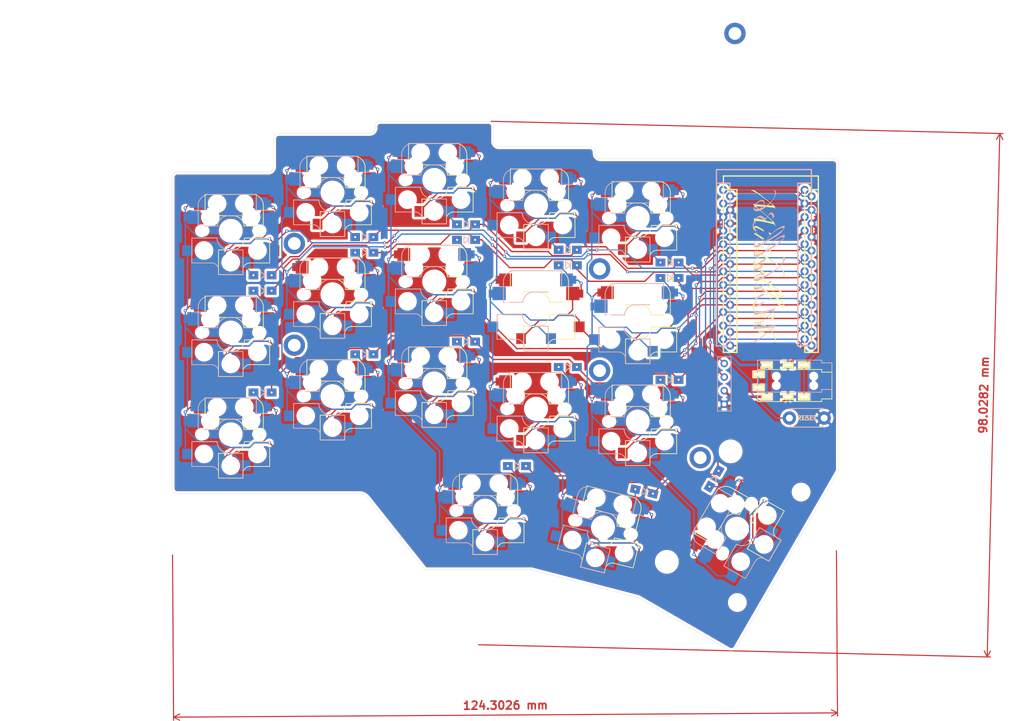
<source format=kicad_pcb>
(kicad_pcb (version 20240108) (generator "pcbnew") (generator_version "8.0")
  (layers (0 "F.Cu" signal) (31 "B.Cu" signal) (34 "B.Paste" user) (35 "F.Paste" user) (36 "B.SilkS" user "B.Silkscreen") (37 "F.SilkS" user "F.Silkscreen") (38 "B.Mask" user) (39 "F.Mask" user) (44 "Edge.Cuts" user))
  (net 0 "")
  (net 1 "GND")
  (net 2 "reset")
  (net 3 "col4")
  (net 4 "col1")
  (net 5 "unconnected-(U1-TX0{slash}D3-Pad1)")
  (net 6 "unconnected-(U1-8{slash}B4-Pad11)")
  (net 7 "row2")
  (net 8 "row3")
  (net 9 "sda")
  (net 10 "scl")
  (net 11 "unconnected-(U1-RAW-Pad24)")
  (net 12 "col2")
  (net 13 "col0")
  (net 14 "VCC")
  (net 15 "row1")
  (net 16 "data")
  (net 17 "col3")
  (net 18 "row0")
  (net 19 "Net-(D10-A)")
  (net 20 "Net-(D11-A)")
  (net 21 "Net-(D12-A)")
  (net 22 "Net-(D13-A)")
  (net 23 "Net-(D14-A)")
  (net 24 "Net-(D15-A)")
  (net 25 "Net-(D16-A)")
  (net 26 "Net-(D17-A)")
  (net 27 "Net-(D18-A)")
  (net 28 "Net-(D9-A)")
  (net 29 "Net-(D8-A)")
  (net 30 "Net-(D7-A)")
  (net 31 "Net-(D6-A)")
  (net 32 "Net-(D4-A)")
  (net 33 "Net-(D5-A)")
  (net 34 "Net-(D3-A)")
  (net 35 "Net-(D2-A)")
  (net 36 "Net-(D1-A)")
  (net 37 "unconnected-(J2-PadA)")
  (net 38 "unconnected-(U1-B3{slash}14-Pad15)_0")
  (net 39 "unconnected-(U1-B2{slash}16-Pad14)_0")
  (net 40 "unconnected-(U1-9{slash}B5-Pad12)_0")
  (net 41 "unconnected-(U1-B6{slash}10-Pad13)_0")
  (footprint "Miriball36:Diode_1N4148W" (layer "F.Cu") (at 63.79325 88.8213 180)
    (property "Reference" "D11" (hide yes))
    (property "Value" "1N4148W" (hide yes))
  )
  (footprint "Miriball36:Diode_1N4148W" (layer "F.Cu") (at 101.89405 60.2457 180)
    (property "Reference" "D8" (hide yes))
    (property "Value" "1N4148W" (hide yes))
  )
  (footprint "Miriball36:HOLE_M2_CASEPCB" (layer "F.Cu") (at 126.8977 84.7343)
    (property "Reference" "H4" (hide yes))
    (property "Value" "MountingHole")
  )
  (footprint "Miriball36:CherryMX_KailhLowProfile_Hotswap_edge" (layer "F.Cu") (at 57.84 58.54)
    (property "Reference" "SW1" (hide yes))
    (property "Value" "SW_PUSH" (hide yes))
  )
  (footprint "Miriball36:CherryMX_KailhLowProfile_Hotswap_edge" (layer "F.Cu") (at 114.9912 53.7774)
    (property "Reference" "SW4" (hide yes))
    (property "Value" "SW_PUSH" (hide yes))
  )
  (footprint "Miriball36:CherryMX_KailhLowProfile_Hotswap_edge" (layer "F.Cu") (at 76.8904 70.4465)
    (property "Reference" "SW7" (hide yes))
    (property "Value" "SW_PUSH" (hide yes))
  )
  (footprint "Miriball36:CherryMX_KailhLowProfile_Hotswap_edge_stab" (layer "F.Cu") (at 152.60673 114.315383 60)
    (property "Reference" "SW18" (hide yes))
    (property "Value" "SW_PUSH" (hide yes))
  )
  (footprint "yuuichi_kbd:OLED_4Pin" (layer "F.Cu") (at 150.24 87.2 -90)
    (property "Reference" "OL1" (hide yes))
    (property "Value" "OLED" (hide yes))
  )
  (footprint "Miriball36:CherryMX_KailhLowProfile_Hotswap_edge" (layer "F.Cu") (at 105.466 110.9286)
    (property "Reference" "SW16" (hide yes))
    (property "Value" "SW_PUSH" (hide yes))
  )
  (footprint "Miriball36:TRRS_MJ-4PP-9" (layer "F.Cu") (at 168.49 87.52 -90)
    (property "Reference" "J2" (hide yes))
    (property "Value" "MJ-4PP-9" (hide yes))
  )
  (footprint "Miriball36:CherryMX_KailhLowProfile_Hotswap_edge" (layer "F.Cu") (at 76.8904 51.3961)
    (property "Reference" "SW2" (hide yes))
    (property "Value" "SW_PUSH" (hide yes))
  )
  (footprint "Miriball36:CherryMX_KailhLowProfile_Hotswap_edge" (layer "F.Cu") (at 57.84 77.5904)
    (property "Reference" "SW6" (hide yes))
    (property "Value" "SW_PUSH" (hide yes))
  )
  (footprint "Miriball36:CherryMX_KailhLowProfile_Hotswap_edge" (layer "F.Cu") (at 95.9408 49.0148)
    (property "Reference" "SW3" (hide yes))
    (property "Value" "SW_PUSH" (hide yes))
  )
  (footprint "Miriball36:Diode_1N4148W" (layer "F.Cu") (at 120.94445 65.0083 180)
    (property "Reference" "D9" (hide yes))
    (property "Value" "1N4148W" (hide yes))
  )
  (footprint "Miriball36:Diode_1N4148W" (layer "F.Cu") (at 139.99485 67.3896 180)
    (property "Reference" "D10" (hide yes))
    (property "Value" "1N4148W" (hide yes))
  )
  (footprint "Miriball36:Diode_1N4148W" (layer "F.Cu") (at 120.94445 84.0587 180)
    (property "Reference" "D14" (hide yes))
    (property "Value" "1N4148W" (hide yes))
  )
  (footprint "Miriball36:Diode_1N4148W" (layer "F.Cu") (at 148.3294 104.97535 -120)
    (property "Reference" "D18" (hide yes))
    (property "Value" "1N4148W" (hide yes))
  )
  (footprint "Miriball36:Diode_1N4148W" (layer "F.Cu") (at 135.23225 107.35665 166)
    (property "Reference" "D17" (hide yes))
    (property "Value" "1N4148W" (hide yes))
  )
  (footprint "Miriball36:HOLE_M2_CASEPCB" (layer "F.Cu") (at 152.24 21.60545)
    (property "Reference" "H5" (hide yes))
    (property "Value" "MountingHole")
  )
  (footprint "Miriball36:Diode_1N4148W" (layer "F.Cu") (at 139.99485 64.49325 180)
    (property "Reference" "D5" (hide yes))
    (property "Value" "1N4148W" (hide yes))
  )
  (footprint "Miriball36:HOLE_M2_CASEPCB" (layer "F.Cu") (at 126.8977 65.6839)
    (property "Reference" "H2" (hide yes))
    (property "Value" "MountingHole")
  )
  (footprint "Miriball36:Diode_1N4148W" (layer "F.Cu") (at 82.84365 62.627 180)
    (property "Reference" "D7" (hide yes))
    (property "Value" "1N4148W" (hide yes))
  )
  (footprint "Miriball36:Diode_1N4148W" (layer "F.Cu") (at 63.79325 69.7709 180)
    (property "Reference" "D6" (hide yes))
    (property "Value" "1N4148W" (hide yes))
  )
  (footprint "Miriball36:Diode_1N4148W" (layer "F.Cu") (at 101.89405 79.2961 180)
    (property "Reference" "D13" (hide yes))
    (property "Value" "1N4148W" (hide yes))
  )
  (footprint "Miriball36:CherryMX_KailhLowProfile_Hotswap_edge" (layer "F.Cu") (at 95.9408 68.0652)
    (property "Reference" "SW8" (hide yes))
    (property "Value" "SW_PUSH" (hide yes))
  )
  (footprint "Miriball36:HOLE_M2_CASEPCB" (layer "F.Cu") (at 69.7465 60.9213)
    (property "Reference" "H1" (hide yes))
    (property "Value" "MountingHole")
  )
  (footprint "Miriball36:CherryMX_KailhLowProfile_Hotswap_edge" (layer "F.Cu") (at 134.0416 94.2595)
    (property "Reference" "SW15" (hide yes))
    (property "Value" "SW_PUSH" (hide yes))
  )
  (footprint "Miriball36:CherryMX_KailhLowProfile_Hotswap_edge" (layer "F.Cu") (at 134.0416 56.1587)
    (property "Reference" "SW5" (hide yes))
    (property "Value" "SW_PUSH" (hide yes))
  )
  (footprint "Miriball36:RESET" (layer "F.Cu") (at 165.69 93.61)
    (property "Reference" "SW19" (hide yes))
    (property "Value" "SW_RESET" (hide yes))
  )
  (footprint "Miriball36:CherryMX_KailhLowProfile_Hotswap_edge" (layer "F.Cu") (at 95.9408 87.1156)
    (property "Reference" "SW13" (hide yes))
    (property "Value" "SW_PUSH" (hide yes))
  )
  (footprint "Miriball36:Diode_1N4148W" (layer "F.Cu") (at 82.84365 59.73065 180)
    (property "Reference" "D2" (hide yes))
    (property "Value" "1N4148W" (hide yes))
  )
  (footprint "Miriball36:HOLE_M2_CASEPCB" (layer "F.Cu") (at 69.7465 79.9717)
    (property "Reference" "H3" (hide yes))
    (property "Value" "MountingHole")
  )
  (footprint "Miriball36:Diode_1N4148W" (layer "F.Cu") (at 120.94445 62.11195 180)
    (property "Reference" "D4" (hide yes))
    (property "Value" "1N4148W" (hide yes))
  )
  (footprint "Miriball36:CherryMX_KailhLowProfile_Hotswap_edge" (layer "F.Cu") (at 127.542327 114.070346 -14)
    (property "Reference" "SW17" (hide yes))
    (property "Value" "SW_PUSH" (hide yes))
  )
  (footprint "Miriball36:Diode_1N4148W" (layer "F.Cu") (at 63.79325 66.87455 180)
    (property "Reference" "D1" (hide yes))
    (property "Value" "1N4148W" (hide yes))
  )
  (footprint "Miriball36:Diode_1N4148W" (layer "F.Cu") (at 82.84365 81.6774 180)
    (property "Reference" "D12" (hide yes))
    (property "Value" "1N4148W" (hide yes))
  )
  (footprint "Miriball36:Diode_1N4148W" (layer "F.Cu") (at 111.41925 102.59405 180)
    (property "Reference" "D16" (hide yes))
    (property "Value" "1N4148W" (hide yes))
  )
  (footprint "Miriball36:CherryMX_KailhLowProfile_Hotswap_edge" (layer "F.Cu") (at 134.0416 75.2091)
    (property "Reference" "SW10" (hide yes))
    (property "Value" "SW_PUSH" (hide yes))
  )
  (footprint "Miriball36:Diode_1N4148W" (layer "F.Cu") (at 101.89405 57.34935 180)
    (property "Reference" "D3" (hide yes))
    (property "Value" "1N4148W" (hide yes))
  )
  (footprint "Miriball36:CherryMX_KailhLowProfile_Hotswap_edge" (layer "F.Cu") (at 114.9912 91.8782)
    (property "Reference" "SW14" (hide yes))
    (property "Value" "SW_PUSH" (hide yes))
  )
  (footprint "Miriball36:ProMicro2" (layer "F.Cu") (at 158.865745 65.674255)
    (property "Reference" "U1" (hide yes))
    (property "Value" "ProMicro" (hide yes))
  )
  (footprint "Miriball36:CherryMX_KailhLowProfile_Hotswap_edge" (layer "F.Cu") (at 57.84 96.6408)
    (property "Reference" "SW11" (hide yes))
    (property "Value" "SW_PUSH" (hide yes))
  )
  (footprint "Miriball36:HOLE_M2_CASEPCB" (layer "F.Cu") (at 145.74 101.03)
    (property "Reference" "H6" (hide yes))
    (property "Value" "MountingHole")
  )
  (footprint "Miriball36:CherryMX_KailhLowProfile_Hotswap_edge" (layer "F.Cu") (at 76.8904 89.4969)
    (property "Reference" "SW12" (hide yes))
    (property "Value" "SW_PUSH" (hide yes))
  )
  (footprint "Miriball36:Diode_1N4148W" (layer "F.Cu") (at 139.99485 86.44 180)
    (property "Reference" "D15" (hide yes))
    (property "Value" "1N4148W" (hide yes))
  )
  (footprint "Miriball36:CherryMX_KailhLowProfile_Hotswap_edge" (layer "F.Cu") (at 114.9912 72.8278)
    (property "Reference" "SW9" (hide yes))
    (property "Value" "SW_PUSH" (hide yes))
  )
  (footprint "daiki_daiku_footprints:logo" (layer "F.Cu") (at 157.94 65.24 -90)
    (property "Reference" "G***" (hide yes))
    (property "Value" "LOGO" (hide yes))
  )
  (gr_arc (start 106.09 38.04) (mid 106.797107 38.332893) (end 107.09 39.04) (stroke (width 0.05)) (layer "Edge.Cuts"))
  (gr_line (start 152.44082 136.67437) (end 171.505571 103.72235) (stroke (width 0.05)) (layer "Edge.Cuts"))
  (gr_line (start 125.09 42.79) (end 108.09 42.79) (stroke (width 0.05)) (layer "Edge.Cuts"))
  (gr_line (start 106.09 38.04) (end 85.84 38.04) (stroke (width 0.05)) (layer "Edge.Cuts"))
  (gr_arc (start 108.09 42.79) (mid 107.382893 42.497107) (end 107.09 41.79) (stroke (width 0.05)) (layer "Edge.Cuts"))
  (gr_arc (start 134.008123 127.205797) (mid 134.136492 127.248555) (end 134.257922 127.308236) (stroke (width 0.05)) (layer "Edge.Cuts"))
  (gr_line (start 83.440507 108.542346) (end 94.112636 121.912943) (stroke (width 0.05)) (layer "Edge.Cuts"))
  (gr_arc (start 170.64 45.04) (mid 171.347107 45.332893) (end 171.64 46.04) (stroke (width 0.05)) (layer "Edge.Cuts"))
  (gr_line (start 46.84 48.54) (end 46.84 106.79) (stroke (width 0.05)) (layer "Edge.Cuts"))
  (gr_line (start 171.64 103.221564) (end 171.64 46.04) (stroke (width 0.05)) (layer "Edge.Cuts"))
  (gr_line (start 126.09 43.79) (end 126.09 44.04) (stroke (width 0.05)) (layer "Edge.Cuts"))
  (gr_arc (start 65.84 46.54) (mid 65.547107 47.247107) (end 64.84 47.54) (stroke (width 0.05)) (layer "Edge.Cuts"))
  (gr_line (start 114.21348 122.072025) (end 134.008123 127.205797) (stroke (width 0.05)) (layer "Edge.Cuts"))
  (gr_arc (start 113.962434 122.04) (mid 114.088974 122.048039) (end 114.21348 122.072025) (stroke (width 0.05)) (layer "Edge.Cuts"))
  (gr_line (start 84.84 39.04) (end 84.84 39.29) (stroke (width 0.05)) (layer "Edge.Cuts"))
  (gr_line (start 64.84 47.54) (end 47.84 47.54) (stroke (width 0.05)) (layer "Edge.Cuts"))
  (gr_arc (start 65.84 41.29) (mid 66.132893 40.582893) (end 66.84 40.29) (stroke (width 0.05)) (layer "Edge.Cuts"))
  (gr_arc (start 81.877382 107.79) (mid 82.744766 107.987869) (end 83.440507 108.542346) (stroke (width 0.05)) (layer "Edge.Cuts"))
  (gr_line (start 47.84 107.79) (end 81.877382 107.79) (stroke (width 0.05)) (layer "Edge.Cuts"))
  (gr_arc (start 171.64 103.221564) (mid 171.605817 103.480825) (end 171.505571 103.72235) (stroke (width 0.05)) (layer "Edge.Cuts"))
  (gr_line (start 134.257922 127.308236) (end 151.074403 137.039121) (stroke (width 0.05)) (layer "Edge.Cuts"))
  (gr_line (start 170.64 45.04) (end 127.09 45.04) (stroke (width 0.05)) (layer "Edge.Cuts"))
  (gr_arc (start 84.84 39.04) (mid 85.132893 38.332893) (end 85.84 38.04) (stroke (width 0.05)) (layer "Edge.Cuts"))
  (gr_line (start 107.09 41.79) (end 107.09 39.04) (stroke (width 0.05)) (layer "Edge.Cuts"))
  (gr_arc (start 125.09 42.79) (mid 125.797107 43.082893) (end 126.09 43.79) (stroke (width 0.05)) (layer "Edge.Cuts"))
  (gr_arc (start 127.09 45.04) (mid 126.382893 44.747107) (end 126.09 44.04) (stroke (width 0.05)) (layer "Edge.Cuts"))
  (gr_arc (start 47.84 107.79) (mid 47.132893 107.497107) (end 46.84 106.79) (stroke (width 0.05)) (layer "Edge.Cuts"))
  (gr_line (start 94.600457 122.04) (end 113.962434 122.04) (stroke (width 0.05)) (layer "Edge.Cuts"))
  (gr_line (start 65.84 41.29) (end 65.84 46.54) (stroke (width 0.05)) (layer "Edge.Cuts"))
  (gr_arc (start 46.84 48.54) (mid 47.132893 47.832893) (end 47.84 47.54) (stroke (width 0.05)) (layer "Edge.Cuts"))
  (gr_arc (start 152.44082 136.67437) (mid 151.833158 137.139754) (end 151.074403 137.039121) (stroke (width 0.05)) (layer "Edge.Cuts"))
  (gr_arc (start 94.600457 122.04) (mid 94.348409 122.007715) (end 94.112636 121.912943) (stroke (width 0.05)) (layer "Edge.Cuts"))
  (gr_arc (start 84.84 39.29) (mid 84.547107 39.997107) (end 83.84 40.29) (stroke (width 0.05)) (layer "Edge.Cuts"))
  (gr_line (start 83.84 40.29) (end 66.84 40.29) (stroke (width 0.05)) (layer "Edge.Cuts"))
  (dimension (type aligned) (layer "F.Cu") (pts (xy 46.94 118.74) (xy 171.24 117.94)) (height 30.867112) (gr_text "124.3026 mm" (at 109.277073 147.40651 0.3687529424) (layer "F.Cu") (effects (font (size 1.5 1.5) (thickness 0.3)))) (format (prefix "") (suffix "") (units 3) (units_format 1) (precision 4)) (style (thickness 0.2) (arrow_length 1.27) (text_position_mode 0) (extension_height 0.58642) (extension_offset 0.5) keep_text_aligned))
  (dimension (type aligned) (layer "F.Cu") (pts (xy 106.09 38.04) (xy 103.74 136.04)) (height -95.759549) (gr_text "98.0282 mm" (at 198.847546 89.292464 88.62633385) (layer "F.Cu") (effects (font (size 1.5 1.5) (thickness 0.3)))) (format (prefix "") (suffix "") (units 3) (units_format 1) (precision 4)) (style (thickness 0.2) (arrow_length 1.27) (text_position_mode 0) (extension_height 0.58642) (extension_offset 0.5) keep_text_aligned))
  (segment (start 160.47 91.34) (end 162.19 89.62) (width 0.5) (layer "F.Cu") (net 1))
  (segment (start 152.24456 55.54) (end 163.19 55.54) (width 0.5) (layer "F.Cu") (net 1))
  (segment (start 166.58456 57.18) (end 166.58456 59.72) (width 0.5) (layer "F.Cu") (net 1))
  (segment (start 165.302 53.428) (end 167.086587 53.428) (width 0.5) (layer "F.Cu") (net 1))
  (segment (start 167.79656 60.932) (end 167.79656 80.542027) (width 0.5) (layer "F.Cu") (net 1))
  (segment (start 167.79656 54.137973) (end 167.79656 55.968) (width 0.5) (layer "F.Cu") (net 1))
  (segment (start 150.24 91.02) (end 150.56 91.34) (width 0.5) (layer "F.Cu") (net 1))
  (segment (start 167.79656 80.542027) (end 165.798587 82.54) (width 0.5) (layer "F.Cu") (net 1))
  (segment (start 165.798587 82.54) (end 163.32 82.54) (width 0.5) (layer "F.Cu") (net 1))
  (segment (start 163.32 82.54) (end 162.19 83.67) (width 0.5) (layer "F.Cu") (net 1))
  (segment (start 150.045745 58.524255) (end 150.045745 55.984255) (width 0.5) (layer "F.Cu") (net 1))
  (segment (start 167.79656 55.968) (end 166.58456 57.18) (width 0.5) (layer "F.Cu") (net 1))
  (segment (start 167.086587 53.428) (end 167.79656 54.137973) (width 0.5) (layer "F.Cu") (net 1))
  (segment (start 150.045745 55.938815) (end 151.34456 54.64) (width 0.5) (layer "F.Cu") (net 1))
  (segment (start 150.045745 55.984255) (end 150.045745 55.938815) (width 0.5) (layer "F.Cu") (net 1))
  (segment (start 150.56 91.34) (end 160.47 91.34) (width 0.5) (layer "F.Cu") (net 1))
  (segment (start 165.285745 53.444255) (end 165.302 53.428) (width 0.5) (layer "F.Cu") (net 1))
  (segment (start 151.34456 54.64) (end 152.24456 55.54) (width 0.5) (layer "F.Cu") (net 1))
  (segment (start 163.19 55.54) (end 165.285745 53.444255) (width 0.5) (layer "F.Cu") (net 1))
  (segment (start 166.58456 59.72) (end 167.79656 60.932) (width 0.5) (layer "F.Cu") (net 1))
  (segment (start 162.19 89.62) (end 166.18 93.61) (width 0.5) (layer "B.Cu") (net 1))
  (segment (start 162.19 83.67) (end 162.19 89.62) (width 0.5) (layer "B.Cu") (net 1))
  (segment (start 166.18 93.61) (end 168.94 93.61) (width 0.5) (layer "B.Cu") (net 1))
  (segment (start 151.34456 57.18) (end 164.09 57.18) (width 0.5) (layer "F.Cu") (net 2))
  (segment (start 164.09 57.18) (end 165.285745 55.984255) (width 0.5) (layer "F.Cu") (net 2))
  (segment (start 148.258745 79.658745) (end 155.365 86.765) (width 0.25) (layer "B.Cu") (net 2))
  (segment (start 159.98 93.61) (end 162.44 93.61) (width 0.25) (layer "B.Cu") (net 2))
  (segment (start 155.365 86.765) (end 155.365 88.995) (width 0.25) (layer "B.Cu") (net 2))
  (segment (start 155.365 88.995) (end 159.98 93.61) (width 0.25) (layer "B.Cu") (net 2))
  (segment (start 151.34456 57.18) (end 149.852749 57.18) (width 0.25) (layer "B.Cu") (net 2))
  (segment (start 148.258745 58.774004) (end 148.258745 79.658745) (width 0.25) (layer "B.Cu") (net 2))
  (segment (start 149.852749 57.18) (end 148.258745 58.774004) (width 0.25) (layer "B.Cu") (net 2))
  (segment (start 141.686141 76.793859) (end 141.69 76.797718) (width 0.25) (layer "F.Cu") (net 3))
  (segment (start 142.09 96.69) (end 142.09 98.04) (width 0.25) (layer "F.Cu") (net 3))
  (segment (start 157.729423 109.150577) (end 159.861024 109.150577) (width 0.25) (layer "F.Cu") (net 3))
  (segment (start 126.34 51.09) (end 125.49 51.94) (width 0.25) (layer "F.Cu") (net 3))
  (segment (start 151.34456 72.42) (end 164.09 72.42) (width 0.25) (layer "F.Cu") (net 3))
  (segment (start 126.34 89.24) (end 125.49 90.09) (width 0.25) (layer "F.Cu") (net 3))
  (segment (start 126.79 70.19) (end 126.34 70.19) (width 0.25) (layer "F.Cu") (net 3))
  (segment (start 144.59 118.000766) (end 144.59 119.14) (width 0.25) (layer "F.Cu") (net 3))
  (segment (start 164.09 72.42) (end 165.285745 71.224255) (width 0.25) (layer "F.Cu") (net 3))
  (segment (start 141.243859 57.693859) (end 142.09 58.54) (width 0.25) (layer "F.Cu") (net 3))
  (segment (start 141.243859 95.843859) (end 142.09 96.69) (width 0.25) (layer "F.Cu") (net 3))
  (segment (start 126.34 70.19) (end 125.49 71.04) (width 0.25) (layer "F.Cu") (net 3))
  (segment (start 141.69 76.797718) (end 141.69 78.59) (width 0.25) (layer "F.Cu") (net 3))
  (segment (start 142.09 58.54) (end 142.09 59.89) (width 0.25) (layer "F.Cu") (net 3))
  (segment (start 141.69 78.59) (end 142.09 78.99) (width 0.25) (layer "F.Cu") (net 3))
  (segment (start 146.06 72.42) (end 144.14 74.34) (width 0.25) (layer "F.Cu") (net 3))
  (segment (start 126.79 89.24) (end 126.34 89.24) (width 0.25) (layer "F.Cu") (net 3))
  (segment (start 126.79 51.09) (end 126.34 51.09) (width 0.25) (layer "F.Cu") (net 3))
  (segment (start 151.34456 72.42) (end 146.06 72.42) (width 0.25) (layer "F.Cu") (net 3))
  (via (at 141.686141 76.793859) (size 0.6) (drill 0.3) (layers "F.Cu" "B.Cu") (net 3))
  (via (at 125.49 90.09) (size 0.6) (drill 0.3) (layers "F.Cu" "B.Cu") (net 3))
  (via (at 141.243859 57.693859) (size 0.6) (drill 0.3) (layers "F.Cu" "B.Cu") (net 3))
  (via (at 144.59 119.14) (size 0.6) (drill 0.3) (layers "F.Cu" "B.Cu") (net 3))
  (via (at 125.49 71.04) (size 0.6) (drill 0.3) (layers "F.Cu" "B.Cu") (net 3))
  (via (at 141.243859 95.843859) (size 0.6) (drill 0.3) (layers "F.Cu" "B.Cu") (net 3))
  (via (at 125.49 51.94) (size 0.6) (drill 0.3) (layers "F.Cu" "B.Cu") (net 3))
  (via (at 144.14 74.34) (size 0.6) (drill 0.3) (layers "F.Cu" "B.Cu") (net 3))
  (via (at 157.729423 109.150577) (size 0.6) (drill 0.3) (layers "F.Cu" "B.Cu") (net 3))
  (segment (start 151.028973 122.448138) (end 151.761024 123.180189) (width 0.25) (layer "B.Cu") (net 3))
  (segment (start 125.9416 97.9595) (end 130.0166 102.0345) (width 0.25) (layer "B.Cu") (net 3))
  (segment (start 125.49 51.94) (end 125.49 53.69) (width 0.25) (layer "B.Cu") (net 3))
  (segment (start 125.49 74.163833) (end 125.49 72.79) (width 0.25) (layer "B.Cu") (net 3))
  (segment (start 133.006243 77.665) (end 131.956243 76.615) (width 0.25) (layer "B.Cu") (net 3))
  (segment (start 124.5727 64.720853) (end 124.5727 70.1227) (width 0.25) (layer "B.Cu") (net 3))
  (segment (start 133.006243 58.565) (end 131.956243 57.515) (width 0.25) (layer "B.Cu") (net 3))
  (segment (start 151.028973 120.125911) (end 151.028973 122.448138) (width 0.25) (layer "B.Cu") (net 3))
  (segment (start 125.9416 59.8587) (end 125.44 60.3603) (width 0.25) (layer "B.Cu") (net 3))
  (segment (start 125.49 53.69) (end 125.49 59.49) (width 0.25) (layer "B.Cu") (net 3))
  (segment (start 138.534491 57.693859) (end 137.66335 58.565) (width 0.25) (layer "B.Cu") (net 3))
  (segment (start 125.44 60.3603) (end 125.44 63.853553) (width 0.25) (layer "B.Cu") (net 3))
  (segment (start 125.49 93.213833) (end 125.49 91.84) (width 0.25) (layer "B.Cu") (net 3))
  (segment (start 125.44 63.853553) (end 124.5727 64.720853) (width 0.25) (layer "B.Cu") (net 3))
  (segment (start 125.9416 78.9091) (end 124.5727 80.278) (width 0.25) (layer "B.Cu") (net 3))
  (segment (start 135.7345 102.0345) (end 144.59 110.89) (width 0.25) (layer "B.Cu") (net 3))
  (segment (start 137.614175 96.715) (end 133.006243 96.715) (width 0.25) (layer "B.Cu") (net 3))
  (segment (start 125.49 78.59) (end 125.89 78.99) (width 0.25) (layer "B.Cu") (net 3))
  (segment (start 130.0166 102.0345) (end 135.7345 102.0345) (width 0.25) (layer "B.Cu") (net 3))
  (segment (start 144.59 110.89) (end 144.59 119.14) (width 0.25) (layer "B.Cu") (net 3))
  (segment (start 127.941167 57.515) (end 125.49 55.063833) (width 0.25) (layer "B.Cu") (net 3))
  (segment (start 133.006243 96.715) (end 131.956243 95.665) (width 0.25) (layer "B.Cu") (net 3))
  (segment (start 148.945256 123.180189) (end 151.761024 123.180189) (width 0.25) (layer "B.Cu") (net 3))
  (segment (start 145.876599 120.426599) (end 146.191666 120.426599) (width 0.25) (layer "B.Cu") (net 3))
  (segment (start 137.574525 77.665) (end 133.006243 77.665) (width 0.25) (layer "B.Cu") (net 3))
  (segment (start 141.686141 76.793859) (end 144.14 74.34) (width 0.25) (layer "B.Cu") (net 3))
  (segment (start 154.97563 116.179254) (end 151.028973 120.125911) (width 0.25) (layer "B.Cu") (net 3))
  (segment (start 125.49 90.09) (end 125.49 91.84) (width 0.25) (layer "B.Cu") (net 3))
  (segment (start 125.49 91.84) (end 125.49 97.64) (width 0.25) (layer "B.Cu") (net 3))
  (segment (start 125.49 71.04) (end 125.49 72.79) (width 0.25) (layer "B.Cu") (net 3))
  (segment (start 127.941167 95.665) (end 125.49 93.213833) (width 0.25) (layer "B.Cu") (net 3))
  (segment (start 127.941167 76.615) (end 125.49 74.163833) (width 0.25) (layer "B.Cu") (net 3))
  (segment (start 131.956243 57.515) (end 127.941167 57.515) (width 0.25) (layer "B.Cu") (net 3))
  (segment (start 131.956243 95.665) (end 127.941167 95.665) (width 0.25) (layer "B.Cu") (net 3))
  (segment (start 146.191666 120.426599) (end 148.945256 123.180189) (width 0.25) (layer "B.Cu") (net 3))
  (segment (start 141.243859 57.693859) (end 138.534491 57.693859) (width 0.25) (layer "B.Cu") (net 3))
  (segment (start 124.5727 80.278) (end 124.5727 89.1727) (width 0.25) (layer "B.Cu") (net 3))
  (segment (start 157.729423 109.150577) (end 154.97563 111.90437) (width 0.25) (layer "B.Cu") (net 3))
  (segment (start 141.686141 76.793859) (end 138.445666 76.793859) (width 0.25) (layer "B.Cu") (net 3))
  (segment (start 154.97563 111.90437) (end 154.97563 116.179254) (width 0.25) (layer "B.Cu") (net 3))
  (segment (start 138.485316 95.843859) (end 137.614175 96.715) (width 0.25) (layer "B.Cu") (net 3))
  (segment (start 137.66335 58.565) (end 133.006243 58.565) (width 0.25) (layer "B.Cu") (net 3))
  (segment (start 125.49 72.79) (end 125.49 78.59) (width 0.25) (layer "B.Cu") (net 3))
  (segment (start 138.445666 76.793859) (end 137.574525 77.665) (width 0.25) (layer "B.Cu") (net 3))
  (segment (start 144.59 119.14) (end 145.876599 120.426599) (width 0.25) (layer "B.Cu") (net 3))
  (segment (start 125.49 55.063833) (end 125.49 53.69) (width 0.25) (layer "B.Cu") (net 3))
  (segment (start 124.5727 89.1727) (end 125.49 90.09) (width 0.25) (layer "B.Cu") (net 3))
  (segment (start 131.956243 76.615) (end 127.941167 76.615) (width 0.25) (layer "B.Cu") (net 3))
  (segment (start 125.49 97.64) (end 125.89 98.04) (width 0.25) (layer "B.Cu") (net 3))
  (segment (start 125.49 59.49) (end 125.89 59.89) (width 0.25) (layer "B.Cu") (net 3))
  (segment (start 124.5727 70.1227) (end 125.49 71.04) (width 0.25) (layer "B.Cu") (net 3))
  (segment (start 141.243859 95.843859) (end 138.485316 95.843859) (width 0.25) (layer "B.Cu") (net 3))
  (segment (start 84.99 91.94) (end 84.99 93.29) (width 0.25) (layer "F.Cu") (net 4))
  (segment (start 69.64 46.44) (end 69.19 46.44) (width 0.25) (layer "F.Cu") (net 4))
  (segment (start 84.093859 72.043859) (end 84.94 72.89) (width 0.25) (layer "F.Cu") (net 4))
  (segment (start 132.134854 66.24) (end 132.14 66.24) (width 0.25) (layer "F.Cu") (net 4))
  (segment (start 69.64 65.44) (end 69.19 65.44) (width 0.25) (layer "F.Cu") (net 4))
  (segment (start 145.065 66.24) (end 148.412749 66.24) (width 0.25) (layer "F.Cu") (net 4))
  (segment (start 87.378982 61.601018) (end 86.72598 61.601018) (width 0.25) (layer "F.Cu") (net 4))
  (segment (start 151.34456 64.8) (end 164.09 64.8) (width 0.25) (layer "F.Cu") (net 4))
  (segment (start 84.94 72.89) (end 84.94 74.24) (width 0.25) (layer "F.Cu") (net 4))
  (segment (start 148.412749 66.24) (end 149.852749 64.8) (width 0.25) (layer "F.Cu") (net 4))
  (segment (start 84.94 53.89) (end 84.94 55.24) (width 0.25) (layer "F.Cu") (net 4))
  (segment (start 145.04 66.215) (end 145.065 66.24) (width 0.25) (layer "F.Cu") (net 4))
  (segment (start 108.9083 63.3083) (end 109.04 63.3083) (width 0.25) (layer "F.Cu") (net 4))
  (segment (start 106.84 61.24) (end 108.9083 63.3083) (width 0.25) (layer "F.Cu") (net 4))
  (segment (start 124.794442 62.994442) (end 128.889296 62.994442) (width 0.25) (layer "F.Cu") (net 4))
  (segment (start 84.143859 91.093859) (end 84.99 91.94) (width 0.25) (layer "F.Cu") (net 4))
  (segment (start 128.889296 62.994442) (end 132.134854 66.24) (width 0.25) (layer "F.Cu") (net 4))
  (segment (start 69.19 46.44) (end 68.34 47.29) (width 0.25) (layer "F.Cu") (net 4))
  (segment (start 84.093859 53.043859) (end 84.94 53.89) (width 0.25) (layer "F.Cu") (net 4))
  (segment (start 69.69 84.49) (end 69.24 84.49) (width 0.25) (layer "F.Cu") (net 4))
  (segment (start 69.19 65.44) (end 68.34 66.29) (width 0.25) (layer "F.Cu") (net 4))
  (segment (start 88.5593 60.4207) (end 87.378982 61.601018) (width 0.25) (layer "F.Cu") (net 4))
  (segment (start 149.852749 64.8) (end 151.34456 64.8) (width 0.25) (layer "F.Cu") (net 4))
  (segment (start 164.09 64.8) (end 165.285745 63.604255) (width 0.25) (layer "F.Cu") (net 4))
  (segment (start 69.24 84.49) (end 68.39 85.34) (width 0.25) (layer "F.Cu") (net 4))
  (via (at 68.34 66.29) (size 0.6) (drill 0.3) (layers "F.Cu" "B.Cu") (net 4))
  (via (at 124.794442 62.994442) (size 0.6) (drill 0.3) (layers "F.Cu" "B.Cu") (net 4))
  (via (at 84.093859 72.043859) (size 0.6) (drill 0.3) (layers "F.Cu" "B.Cu") (net 4))
  (via (at 132.14 66.24) (size 0.6) (drill 0.3) (layers "F.Cu" "B.Cu") (net 4))
  (via (at 109.04 63.3083) (size 0.6) (drill 0.3) (layers "F.Cu" "B.Cu") (net 4))
  (via (at 86.72598 61.601018) (size 0.6) (drill 0.3) (layers "F.Cu" "B.Cu") (net 4))
  (via (at 68.34 47.29) (size 0.6) (drill 0.3) (layers "F.Cu" "B.Cu") (net 4))
  (via (at 84.143859 91.093859) (size 0.6) (drill 0.3) (layers "F.Cu" "B.Cu") (net 4))
  (via (at 68.39 85.34) (size 0.6) (drill 0.3) (layers "F.Cu" "B.Cu") (net 4))
  (via (at 106.84 61.24) (size 0.6) (drill 0.3) (layers "F.Cu" "B.Cu") (net 4))
  (via (at 145.04 66.215) (size 0.6) (drill 0.3) (layers "F.Cu" "B.Cu") (net 4))
  (via (at 84.093859 53.043859) (size 0.6) (drill 0.3) (layers "F.Cu" "B.Cu") (net 4))
  (via (at 88.5593 60.4207) (size 0.6) (drill 0.3) (layers "F.Cu" "B.Cu") (net 4))
  (segment (start 67.4215 56.465) (end 67.4215 65.3715) (width 0.25) (layer "B.Cu") (net 4))
  (segment (start 68.34 69.413833) (end 68.34 68.04) (width 0.25) (layer "B.Cu") (net 4))
  (segment (start 73.078 61.552) (end 68.34 66.29) (width 0.25) (layer "B.Cu") (net 4))
  (segment (start 74.806243 52.865) (end 70.791167 52.865) (width 0.25) (layer "B.Cu") (net 4))
  (segment (start 84.143859 91.093859) (end 81.286141 91.093859) (width 0.25) (layer "B.Cu") (net 4))
  (segment (start 86.676962 61.552) (end 73.078 61.552) (width 0.25) (layer "B.Cu") (net 4))
  (segment (start 81.310316 72.043859) (end 80.439175 72.915) (width 0.25) (layer "B.Cu") (net 4))
  (segment (start 68.39 85.34) (end 68.39 87.09) (width 0.25) (layer "B.Cu") (net 4))
  (segment (start 106.84 61.19165) (end 106.84 61.24) (width 0.25) (layer "B.Cu") (net 4))
  (segment (start 67.4215 84.3715) (end 68.39 85.34) (width 0.25) (layer "B.Cu") (net 4))
  (segment (start 68.34 68.04) (end 68.34 73.84) (width 0.25) (layer "B.Cu") (net 4))
  (segment (start 81.236141 53.043859) (end 80.365 53.915) (width 0.25) (layer "B.Cu") (net 4))
  (segment (start 81.286141 91.093859) (end 80.415 91.965) (width 0.25) (layer "B.Cu") (net 4))
  (segment (start 68.39 92.89) (end 68.79 93.29) (width 0.25) (layer "B.Cu") (net 4))
  (segment (start 86.72598 61.601018) (end 86.676962 61.552) (width 0.25) (layer "B.Cu") (net 4))
  (segment (start 68.34 66.29) (end 68.34 68.04) (width 0.25) (layer "B.Cu") (net 4))
  (segment (start 80.439175 72.915) (end 75.856243 72.915) (width 0.25) (layer "B.Cu") (net 4))
  (segment (start 67.4215 75.5154) (end 67.4215 84.3715) (width 0.25) (layer "B.Cu") (net 4))
  (segment (start 70.841167 90.915) (end 68.39 88.463833) (width 0.25) (layer "B.Cu") (net 4))
  (segment (start 75.906243 91.965) (end 74.856243 90.915) (width 0.25) (layer "B.Cu") (net 4))
  (segment (start 68.34 54.84) (end 68.74 55.24) (width 0.25) (layer "B.Cu") (net 4))
  (segment (start 75.856243 53.915) (end 74.806243 52.865) (width 0.25) (layer "B.Cu") (net 4))
  (segment (start 89.8093 59.1707) (end 104.81905 59.1707) (width 0.25) (layer "B.Cu") (net 4))
  (segment (start 68.34 49.04) (end 68.34 54.84) (width 0.25) (layer "B.Cu") (net 4))
  (segment (start 70.791167 52.865) (end 68.34 50.413833) (width 0.25) (layer "B.Cu") (net 4))
  (segment (start 145.04 66.215) (end 145.015 66.24) (width 0.25) (layer "B.Cu") (net 4))
  (segment (start 67.4215 65.3715) (end 68.34 66.29) (width 0.25) (layer "B.Cu") (net 4))
  (segment (start 88.5593 60.4207) (end 89.8093 59.1707) (width 0.25) (layer "B.Cu") (net 4))
  (segment (start 74.806243 71.865) (end 70.791167 71.865) (width 0.25) (layer "B.Cu") (net 4))
  (segment (start 68.34 47.29) (end 68.34 49.04) (width 0.25) (layer "B.Cu") (net 4))
  (segment (start 84.093859 53.043859) (end 81.236141 53.043859) (width 0.25) (layer "B.Cu") (net 4))
  (segment (start 70.791167 71.865) (end 68.34 69.413833) (width 0.25) (layer "B.Cu") (net 4))
  (segment (start 80.365 53.915) (end 75.856243 53.915) (width 0.25) (layer "B.Cu") (net 4))
  (segment (start 123.976932 63.811952) (end 109.543652 63.811952) (width 0.25) (layer "B.Cu") (net 4))
  (segment (start 68.39 87.09) (end 68.39 92.89) (width 0.25) (layer "B.Cu") (net 4))
  (segment (start 80.415 91.965) (end 75.906243 91.965) (width 0.25) (layer "B.Cu") (net 4))
  (segment (start 104.81905 59.1707) (end 106.84 61.19165) (width 0.25) (layer "B.Cu") (net 4))
  (segment (start 145.015 66.24) (end 132.14 66.24) (width 0.25) (layer "B.Cu") (net 4))
  (segment (start 68.7904 74.1465) (end 67.4215 75.5154) (width 0.25) (layer "B.Cu") (net 4))
  (segment (start 68.39 88.463833) (end 68.39 87.09) (width 0.25) (layer "B.Cu") (net 4))
  (segment (start 68.34 50.413833) (end 68.34 49.04) (width 0.25) (layer "B.Cu") (net 4))
  (segment (start 124.794442 62.994442) (end 123.976932 63.811952) (width 0.25) (layer "B.Cu") (net 4))
  (segment (start 68.34 73.84) (end 68.74 74.24) (width 0.25) (layer "B.Cu") (net 4))
  (segment (start 109.543652 63.811952) (end 109.04 63.3083) (width 0.25) (layer "B.Cu") (net 4))
  (segment (start 74.856243 90.915) (end 70.841167 90.915) (width 0.25) (layer "B.Cu") (net 4))
  (segment (start 75.856243 72.915) (end 74.806243 71.865) (width 0.25) (layer "B.Cu") (net 4))
  (segment (start 68.7904 55.0961) (end 67.4215 56.465) (width 0.25) (layer "B.Cu") (net 4))
  (segment (start 84.093859 72.043859) (end 81.310316 72.043859) (width 0.25) (layer "B.Cu") (net 4))
  (segment (start 164.944239 52.1) (end 166.58456 52.1) (width 0.25) (layer "B.Cu") (net 5))
  (segment (start 163.748494 50.904255) (end 164.944239 52.1) (width 0.25) (layer "B.Cu") (net 5))
  (segment (start 150.045745 50.904255) (end 163.748494 50.904255) (width 0.25) (layer "B.Cu") (net 5))
  (segment (start 164.944239 77.5) (end 166.58456 77.5) (width 0.25) (layer "B.Cu") (net 6))
  (segment (start 163.748494 76.304255) (end 164.944239 77.5) (width 0.25) (layer "B.Cu") (net 6))
  (segment (start 150.045745 76.304255) (end 163.748494 76.304255) (width 0.25) (layer "B.Cu") (net 6))
  (segment (start 140.61985 85.365) (end 141.69485 86.44) (width 0.25) (layer "F.Cu") (net 7))
  (segment (start 80.0776 80.6024) (end 83.46865 80.6024) (width 0.25) (layer "F.Cu") (net 7))
  (segment (start 137.015 85.365) (end 140.61985 85.365) (width 0.25) (layer "F.Cu") (net 7))
  (segment (start 65.49325 88.8213) (end 65.49325 86.84405) (width 0.25) (layer "F.Cu") (net 7))
  (segment (start 122.64445 84.0587) (end 125.64505 87.0593) (width 0.25) (layer "F.Cu") (net 7))
  (segment (start 103.59405 79.2961) (end 106.93795 82.64) (width 0.25) (layer "F.Cu") (net 7))
  (segment (start 87.99995 78.2211) (end 102.51905 78.2211) (width 0.25) (layer "F.Cu") (net 7))
  (segment (start 83.46865 80.6024) (end 84.54365 81.6774) (width 0.25) (layer "F.Cu") (net 7))
  (segment (start 141.69485 86.44) (end 143.4666 84.66825) (width 0.25) (layer "F.Cu") (net 7))
  (segment (start 143.4666 74.1134) (end 146.355745 71.224255) (width 0.25) (layer "F.Cu") (net 7))
  (segment (start 84.54365 81.6774) (end 87.99995 78.2211) (width 0.25) (layer "F.Cu") (net 7))
  (segment (start 106.93795 82.64) (end 121.22575 82.64) (width 0.25) (layer "F.Cu") (net 7))
  (segment (start 65.49325 86.84405) (end 70.0406 82.2967) (width 0.25) (layer "F.Cu") (net 7))
  (segment (start 70.0406 82.2967) (end 78.3833 82.2967) (width 0.25) (layer "F.Cu") (net 7))
  (segment (start 102.51905 78.2211) (end 103.59405 79.2961) (width 0.25) (layer "F.Cu") (net 7))
  (segment (start 121.22575 82.64) (end 122.64445 84.0587) (width 0.25) (layer "F.Cu") (net 7))
  (segment (start 143.4666 84.66825) (end 143.4666 74.1134) (width 0.25) (layer "F.Cu") (net 7))
  (segment (start 135.3207 87.0593) (end 137.015 85.365) (width 0.25) (layer "F.Cu") (net 7))
  (segment (start 146.355745 71.224255) (end 150.045745 71.224255) (width 0.25) (layer "F.Cu") (net 7))
  (segment (start 78.3833 82.2967) (end 80.0776 80.6024) (width 0.25) (layer "F.Cu") (net 7))
  (segment (start 125.64505 87.0593) (end 135.3207 87.0593) (width 0.25) (layer "F.Cu") (net 7))
  (segment (start 150.045745 71.224255) (end 163.748494 71.224255) (width 0.25) (layer "B.Cu") (net 7))
  (segment (start 163.748494 71.224255) (end 164.944239 72.42) (width 0.25) (layer "B.Cu") (net 7))
  (segment (start 164.944239 72.42) (end 166.58456 72.42) (width 0.25) (layer "B.Cu") (net 7))
  (segment (start 146.84 91.44) (end 149.05779 93.65779) (width 0.25) (layer "F.Cu") (net 8))
  (segment (start 134.77493 105.67493) (end 136.867918 107.767918) (width 0.25) (layer "F.Cu") (net 8))
  (segment (start 150.045745 73.764255) (end 145.64 78.17) (width 0.25) (layer "F.Cu") (net 8))
  (segment (start 136.867918 107.767918) (end 136.881752 107.767918) (width 0.25) (layer "F.Cu") (net 8))
  (segment (start 149.05779 93.65779) (end 149.05779 103.381497) (width 0.25) (layer "F.Cu") (net 8))
  (segment (start 145.64 84.24) (end 146.84 85.44) (width 0.25) (layer "F.Cu") (net 8))
  (segment (start 125.47493 105.67493) (end 134.77493 105.67493) (width 0.25) (layer "F.Cu") (net 8))
  (segment (start 114.9652 104.44) (end 124.24 104.44) (width 0.25) (layer "F.Cu") (net 8))
  (segment (start 149.05779 103.381497) (end 149.1794 103.503107) (width 0.25) (layer "F.Cu") (net 8))
  (segment (start 113.11925 102.59405) (end 114.9652 104.44) (width 0.25) (layer "F.Cu") (net 8))
  (segment (start 136.881752 107.767918) (end 140.50967 104.14) (width 0.25) (layer "F.Cu") (net 8))
  (segment (start 145.64 78.17) (end 145.64 84.24) (width 0.25) (layer "F.Cu") (net 8))
  (segment (start 148.542507 104.14) (end 149.1794 103.503107) (width 0.25) (layer "F.Cu") (net 8))
  (segment (start 140.50967 104.14) (end 148.542507 104.14) (width 0.25) (layer "F.Cu") (net 8))
  (segment (start 124.24 104.44) (end 125.47493 105.67493) (width 0.25) (layer "F.Cu") (net 8))
  (segment (start 146.84 85.44) (end 146.84 91.44) (width 0.25) (layer "F.Cu") (net 8))
  (segment (start 150.045745 73.764255) (end 163.748494 73.764255) (width 0.25) (layer "B.Cu") (net 8))
  (segment (start 163.748494 73.764255) (end 164.944239 74.96) (width 0.25) (layer "B.Cu") (net 8))
  (segment (start 164.944239 74.96) (end 166.58456 74.96) (width 0.25) (layer "B.Cu") (net 8))
  (segment (start 146.748058 64.048058) (end 149.731861 61.064255) (width 0.25) (layer "F.Cu") (net 9))
  (segment (start 149.731861 61.064255) (end 150.045745 61.064255) (width 0.25) (layer "F.Cu") (net 9))
  (via (at 146.748058 64.048058) (size 0.6) (drill 0.3) (layers "F.Cu" "B.Cu") (net 9))
  (segment (start 146.74 64.056116) (end 146.74 79.9) (width 0.25) (layer "B.Cu") (net 9))
  (segment (start 146.74 79.9) (end 150.24 83.4) (width 0.25) (layer "B.Cu") (net 9))
  (segment (start 146.748058 64.048058) (end 146.74 64.056116) (width 0.25) (layer "B.Cu") (net 9))
  (segment (start 164.944239 62.26) (end 166.58456 62.26) (width 0.25) (layer "B.Cu") (net 9))
  (segment (start 163.748494 61.064255) (end 164.944239 62.26) (width 0.25) (layer "B.Cu") (net 9))
  (segment (start 150.045745 61.064255) (end 163.748494 61.064255) (width 0.25) (layer "B.Cu") (net 9))
  (segment (start 147.865 65.615) (end 147.633745 65.615) (width 0.25) (layer "F.Cu") (net 10))
  (segment (start 147.633745 83.333745) (end 150.24 85.94) (width 0.25) (layer "F.Cu") (net 10))
  (segment (start 147.633745 79.44) (end 147.633745 83.333745) (width 0.25) (layer "F.Cu") (net 10))
  (segment (start 150.045745 63.445745) (end 150.04 63.44) (width 0.25) (layer "F.Cu") (net 10))
  (segment (start 150.04 63.44) (end 147.865 65.615) (width 0.25) (layer "F.Cu") (net 10))
  (segment (start 150.045745 63.604255) (end 150.045745 63.445745) (width 0.25) (layer "F.Cu") (net 10))
  (via (at 147.633745 79.44) (size 0.6) (drill 0.3) (layers "F.Cu" "B.Cu") (net 10))
  (via (at 147.633745 65.615) (size 0.6) (drill 0.3) (layers "F.Cu" "B.Cu") (net 10))
  (segment (start 147.633745 65.615) (end 147.633745 79.44) (width 0.25) (layer "B.Cu") (net 10))
  (segment (start 164.944239 64.8) (end 166.58456 64.8) (width 0.25) (layer "B.Cu") (net 10))
  (segment (start 163.748494 63.604255) (end 164.944239 64.8) (width 0.25) (layer "B.Cu") (net 10))
  (segment (start 150.045745 63.604255) (end 163.748494 63.604255) (width 0.25) (layer "B.Cu") (net 10))
  (segment (start 164.09 52.1) (end 165.285745 50.904255) (width 0.25) (layer "F.Cu") (net 11))
  (segment (start 151.34456 52.1) (end 164.09 52.1) (width 0.25) (layer "F.Cu") (net 11))
  (segment (start 103.143859 50.593859) (end 103.99 51.44) (width 0.25) (layer "F.Cu") (net 12))
  (segment (start 112.693859 112.443859) (end 113.54 113.29) (width 0.25) (layer "F.Cu") (net 12))
  (segment (start 151.34456 67.34) (end 164.09 67.34) (width 0.25) (layer "F.Cu") (net 12))
  (segment (start 164.09 67.34) (end 165.285745 66.144255) (width 0.25) (layer "F.Cu") (net 12))
  (segment (start 113.54 113.29) (end 113.54 114.64) (width 0.25) (layer "F.Cu") (net 12))
  (segment (start 126.529804 80.6028) (end 129.361104 83.4341) (width 0.25) (layer "F.Cu") (net 12))
  (segment (start 88.24 63.04) (end 87.39 63.89) (width 0.25) (layer "F.Cu") (net 12))
  (segment (start 104.0408 71.7652) (end 104.0408 73.22905) (width 0.25) (layer "F.Cu") (net 12))
  (segment (start 129.361104 83.4341) (end 141.1459 83.4341) (width 0.25) (layer "F.Cu") (net 12))
  (segment (start 149.852749 67.34) (end 151.34456 67.34) (width 0.25) (layer "F.Cu") (net 12))
  (segment (start 88.69 63.04) (end 88.24 63.04) (width 0.25) (layer "F.Cu") (net 12))
  (segment (start 103.99 70.49) (end 103.99 71.84) (width 0.25) (layer "F.Cu") (net 12))
  (segment (start 144.981942 68.715) (end 145.656942 68.04) (width 0.25) (layer "F.Cu") (net 12))
  (segment (start 98.24 105.84) (end 97.79 105.84) (width 0.25) (layer "F.Cu") (net 12))
  (segment (start 145.656942 68.04) (end 149.152749 68.04) (width 0.25) (layer "F.Cu") (net 12))
  (segment (start 88.69 82.09) (end 88.24 82.09) (width 0.25) (layer "F.Cu") (net 12))
  (segment (start 103.143859 69.643859) (end 103.99 70.49) (width 0.25) (layer "F.Cu") (net 12))
  (segment (start 103.99 89.54) (end 103.99 90.89) (width 0.25) (layer "F.Cu") (net 12))
  (segment (start 144.981942 79.581942) (end 144.981942 74.381942) (width 0.25) (layer "F.Cu") (net 12))
  (segment (start 111.41455 80.6028) (end 126.529804 80.6028) (width 0.25) (layer "F.Cu") (net 12))
  (segment (start 97.79 105.84) (end 96.94 106.69) (width 0.25) (layer "F.Cu") (net 12))
  (segment (start 104.0408 73.22905) (end 111.41455 80.6028) (width 0.25) (layer "F.Cu") (net 12))
  (segment (start 103.99 51.44) (end 103.99 52.79) (width 0.25) (layer "F.Cu") (net 12))
  (segment (start 141.1459 83.4341) (end 142.84 81.74) (width 0.25) (layer "F.Cu") (net 12))
  (segment (start 88.24 82.09) (end 87.39 82.94) (width 0.25) (layer "F.Cu") (net 12))
  (segment (start 103.143859 88.693859) (end 103.99 89.54) (width 0.25) (layer "F.Cu") (net 12))
  (segment (start 144.931942 79.631942) (end 144.981942 79.581942) (width 0.25) (layer "F.Cu") (net 12))
  (segment (start 88.69 43.99) (end 88.24 43.99) (width 0.25) (layer "F.Cu") (net 12))
  (segment (start 88.24 43.99) (end 87.39 44.84) (width 0.25) (layer "F.Cu") (net 12))
  (segment (start 149.152749 68.04) (end 149.852749 67.34) (width 0.25) (layer "F.Cu") (net 12))
  (via (at 87.39 44.84) (size 0.6) (drill 0.3) (layers "F.Cu" "B.Cu") (net 12))
  (via (at 103.143859 50.593859) (size 0.6) (drill 0.3) (layers "F.Cu" "B.Cu") (net 12))
  (via (at 144.981942 68.715) (size 0.6) (drill 0.3) (layers "F.Cu" "B.Cu") (net 12))
  (via (at 87.39 63.89) (size 0.6) (drill 0.3) (layers "F.Cu" "B.Cu") (net 12))
  (via (at 144.931942 79.631942) (size 0.6) (drill 0.3) (layers "F.Cu" "B.Cu") (net 12))
  (via (at 103.143859 69.643859) (size 0.6) (drill 0.3) (layers "F.Cu" "B.Cu") (net 12))
  (via (at 144.981942 74.381942) (size 0.6) (drill 0.3) (layers "F.Cu" "B.Cu") (net 12))
  (via (at 103.143859 88.693859) (size 0.6) (drill 0.3) (layers "F.Cu" "B.Cu") (net 12))
  (via (at 87.39 82.94) (size 0.6) (drill 0.3) (layers "F.Cu" "B.Cu") (net 12))
  (via (at 142.84 81.74) (size 0.6) (drill 0.3) (layers "F.Cu" "B.Cu") (net 12))
  (via (at 96.94 106.69) (size 0.6) (drill 0.3) (layers "F.Cu" "B.Cu") (net 12))
  (via (at 112.693859 112.443859) (size 0.6) (drill 0.3) (layers "F.Cu" "B.Cu") (net 12))
  (segment (start 109.11335 113.315) (end 104.456243 113.315) (width 0.25) (layer "B.Cu") (net 12))
  (segment (start 87.8408 63.4392) (end 87.39 63.89) (width 0.25) (layer "B.Cu") (net 12))
  (segment (start 87.8408 82.4892) (end 87.39 82.94) (width 0.25) (layer "B.Cu") (net 12))
  (segment (start 144.931942 79.631942) (end 144.931942 79.648058) (width 0.25) (layer "B.Cu") (net 12))
  (segment (start 87.39 65.64) (end 87.39 71.44) (width 0.25) (layer "B.Cu") (net 12))
  (segment (start 144.981942 68.715) (end 144.981942 74.381942) (width 0.25) (layer "B.Cu") (net 12))
  (segment (start 87.39 67.013833) (end 87.39 65.64) (width 0.25) (layer "B.Cu") (net 12))
  (segment (start 87.39 47.963833) (end 87.39 46.59) (width 0.25) (layer "B.Cu") (net 12))
  (segment (start 87.39 63.89) (end 87.39 65.64) (width 0.25) (layer "B.Cu") (net 12))
  (segment (start 87.39 86.063833) (end 87.39 84.69) (width 0.25) (layer "B.Cu") (net 12))
  (segment (start 99.514175 70.515) (end 94.906243 70.515) (width 0.25) (layer "B.Cu") (net 12))
  (segment (start 87.8408 52.7148) (end 87.8408 63.4392) (width 0.25) (layer "B.Cu") (net 12))
  (segment (start 100.386141 50.593859) (end 99.515 51.465) (width 0.25) (layer "B.Cu") (net 12))
  (segment (start 87.8408 90.8156) (end 87.9156 90.8156) (width 0.25) (layer "B.Cu") (net 12))
  (segment (start 93.856243 69.465) (end 89.841167 69.465) (width 0.25) (layer "B.Cu") (net 12))
  (segment (start 103.143859 69.643859) (end 100.385316 69.643859) (width 0.25) (layer "B.Cu") (net 12))
  (segment (start 99.515 51.465) (end 94.906243 51.465) (width 0.25) (layer "B.Cu") (net 12))
  (segment (start 93.856243 50.415) (end 89.841167 50.415) (width 0.25) (layer "B.Cu") (net 12))
  (segment (start 87.39 46.59) (end 87.39 52.39) (width 0.25) (layer "B.Cu") (net 12))
  (segment (start 94.906243 51.465) (end 93.856243 50.415) (width 0.25) (layer "B.Cu") (net 12))
  (segment (start 109.984491 112.443859) (end 109.11335 113.315) (width 0.25) (layer "B.Cu") (net 12))
  (segment (start 87.39 82.94) (end 87.39 84.69) (width 0.25) (layer "B.Cu") (net 12))
  (segment (start 99.391167 112.265) (end 96.94 109.813833) (width 0.25) (layer "B.Cu") (net 12))
  (segment (start 89.841167 69.465) (end 87.39 67.013833) (width 0.25) (layer "B.Cu") (net 12))
  (segment (start 112.693859 112.443859) (end 109.984491 112.443859) (width 0.25) (layer "B.Cu") (net 12))
  (segment (start 96.94 99.84) (end 96.94 106.69) (width 0.25) (layer "B.Cu") (net 12))
  (segment (start 103.143859 88.693859) (end 100.310316 88.693859) (width 0.25) (layer "B.Cu") (net 12))
  (segment (start 87.8408 71.7652) (end 87.8408 82.4892) (width 0.25) (layer "B.Cu") (net 12))
  (segment (start 94.906243 70.515) (end 93.856243 69.465) (width 0.25) (layer "B.Cu") (net 12))
  (segment (start 87.39 90.49) (end 87.79 90.89) (width 0.25) (layer "B.Cu") (net 12))
  (segment (start 87.39 84.69) (end 87.39 90.49) (width 0.25) (layer "B.Cu") (net 12))
  (segment (start 89.841167 50.415) (end 87.39 47.963833) (width 0.25) (layer "B.Cu") (net 12))
  (segment (start 89.841167 88.515) (end 87.39 86.063833) (width 0.25) (layer "B.Cu") (net 12))
  (segment (start 93.856243 88.515) (end 89.841167 88.515) (width 0.25) (layer "B.Cu") (net 12))
  (segment (start 94.906243 89.565) (end 93.856243 88.515) (width 0.25) (layer "B.Cu") (net 12))
  (segment (start 104.456243 113.315) (end 103.406243 112.265) (width 0.25) (layer "B.Cu") (net 12))
  (segment (start 144.931942 79.648058) (end 142.84 81.74) (width 0.25) (layer "B.Cu") (net 12))
  (segment (start 96.94 109.813833) (end 96.94 108.44) (width 0.25) (layer "B.Cu") (net 12))
  (segment (start 87.39 52.39) (end 87.79 52.79) (width 0.25) (layer "B.Cu") (net 12))
  (segment (start 96.94 106.69) (end 96.94 108.44) (width 0.25) (layer "B.Cu") (net 12))
  (segment (start 87.39 71.44) (end 87.79 71.84) (width 0.25) (layer "B.Cu") (net 12))
  (segment (start 103.143859 50.593859) (end 100.386141 50.593859) (width 0.25) (layer "B.Cu") (net 12))
  (segment (start 87.39 44.84) (end 87.39 46.59) (width 0.25) (layer "B.Cu") (net 12))
  (segment (start 96.94 114.24) (end 97.34 114.64) (width 0.25) (layer "B.Cu") (net 12))
  (segment (start 96.94 108.44) (end 96.94 114.24) (width 0.25) (layer "B.Cu") (net 12))
  (segment (start 99.439175 89.565) (end 94.906243 89.565) (width 0.25) (layer "B.Cu") (net 12))
  (segment (start 100.385316 69.643859) (end 99.514175 70.515) (width 0.25) (layer "B.Cu") (net 12))
  (segment (start 100.310316 88.693859) (end 99.439175 89.565) (width 0.25) (layer "B.Cu") (net 12))
  (segment (start 103.406243 112.265) (end 99.391167 112.265) (width 0.25) (layer "B.Cu") (net 12))
  (segment (start 87.9156 90.8156) (end 96.94 99.84) (width 0.25) (layer "B.Cu") (net 12))
  (segment (start 65.093859 60.043859) (end 65.94 60.89) (width 0.25) (layer "F.Cu") (net 13))
  (segment (start 87.17435 60.80565) (end 86.64 60.80565) (width 0.25) (layer "F.Cu") (net 13))
  (segment (start 106.831942 60.048058) (end 106.848058 60.048058) (width 0.25) (layer "F.Cu") (net 13))
  (segment (start 106.848058 60.048058) (end 109.34 62.54) (width 0.25) (layer "F.Cu") (net 13))
  (segment (start 65.093859 79.243859) (end 65.94 80.09) (width 0.25) (layer "F.Cu") (net 13))
  (segment (start 149.42 62.26) (end 151.34456 62.26) (width 0.25) (layer "F.Cu") (net 13))
  (segment (start 65.94 60.99) (end 65.94 62.24) (width 0.25) (layer "F.Cu") (net 13))
  (segment (start 65.94 80.09) (end 65.94 81.44) (width 0.25) (layer "F.Cu") (net 13))
  (segment (start 144.31175 65.56825) (end 144.34 65.54) (width 0.25) (layer "F.Cu") (net 13))
  (segment (start 50.64 53.44) (end 50.19 53.44) (width 0.25) (layer "F.Cu") (net 13))
  (segment (start 65.94 60.89) (end 65.94 62.24) (width 0.25) (layer "F.Cu") (net 13))
  (segment (start 50.19 53.44) (end 49.34 54.29) (width 0.25) (layer "F.Cu") (net 13))
  (segment (start 65.093859 98.243859) (end 65.94 99.09) (width 0.25) (layer "F.Cu") (net 13))
  (segment (start 126.34 62.165) (end 124.74 62.165) (width 0.25) (layer "F.Cu") (net 13))
  (segment (start 144.34 65.54) (end 146.14 65.54) (width 0.25) (layer "F.Cu") (net 13))
  (segment (start 65.94 99.09) (end 65.94 100.44) (width 0.25) (layer "F.Cu") (net 13))
  (segment (start 68.3337 58.5963) (end 65.94 60.99) (width 0.25) (layer "F.Cu") (net 13))
  (segment (start 50.19 72.64) (end 49.34 73.49) (width 0.25) (layer "F.Cu") (net 13))
  (segment (start 164.09 62.26) (end 165.285745 61.064255) (width 0.25) (layer "F.Cu") (net 13))
  (segment (start 50.19 91.64) (end 49.34 92.49) (width 0.25) (layer "F.Cu") (net 13))
  (segment (start 146.14 65.54) (end 149.42 62.26) (width 0.25) (layer "F.Cu") (net 13))
  (segment (start 88.4658 59.5142) (end 87.17435 60.80565) (width 0.25) (layer "F.Cu") (net 13))
  (segment (start 50.64 72.64) (end 50.19 72.64) (width 0.25) (layer "F.Cu") (net 13))
  (segment (start 151.34456 62.26) (end 164.09 62.26) (width 0.25) (layer "F.Cu") (net 13))
  (segment (start 50.64 91.64) (end 50.19 91.64) (width 0.25) (layer "F.Cu") (net 13))
  (segment (start 88.4658 59.44) (end 88.4658 59.5142) (width 0.25) (layer "F.Cu") (net 13))
  (via (at 144.31175 65.56825) (size 0.6) (drill 0.3) (layers "F.Cu" "B.Cu") (net 13))
  (via (at 65.093859 79.243859) (size 0.6) (drill 0.3) (layers "F.Cu" "B.Cu") (net 13))
  (via (at 106.831942 60.048058) (size 0.6) (drill 0.3) (layers "F.Cu" "B.Cu") (net 13))
  (via (at 65.093859 60.043859) (size 0.6) (drill 0.3) (layers "F.Cu" "B.Cu") (net 13))
  (via (at 124.74 62.165) (size 0.6) (drill 0.3) (layers "F.Cu" "B.Cu") (net 13))
  (via (at 86.64 60.80565) (size 0.6) (drill 0.3) (layers "F.Cu" "B.Cu") (net 13))
  (via (at 65.093859 98.243859) (size 0.6) (drill 0.3) (layers "F.Cu" "B.Cu") (net 13))
  (via (at 49.34 73.49) (size 0.6) (drill 0.3) (layers "F.Cu" "B.Cu") (net 13))
  (via (at 88.4658 59.44) (size 0.6) (drill 0.3) (layers "F.Cu" "B.Cu") (net 13))
  (via (at 68.3337 58.5963) (size 0.6) (drill 0.3) (layers "F.Cu" "B.Cu") (net 13))
  (via (at 109.34 62.54) (size 0.6) (drill 0.3) (layers "F.Cu" "B.Cu") (net 13))
  (via (at 49.34 92.49) (size 0.6) (drill 0.3) (layers "F.Cu" "B.Cu") (net 13))
  (via (at 49.34 54.29) (size 0.6) (drill 0.3) (layers "F.Cu" "B.Cu") (net 13))
  (via (at 126.34 62.165) (size 0.6) (drill 0.3) (layers "F.Cu" "B.Cu") (net 13))
  (segment (start 110.161952 63.361952) (end 109.34 62.54) (width 0.25) (layer "B.Cu") (net 13))
  (segment (start 49.74 73.09) (end 49.34 73.49) (width 0.25) (layer "B.Cu") (net 13))
  (segment (start 49.34 73.49) (end 49.34 75.24) (width 0.25) (layer "B.Cu") (net 13))
  (segment (start 144.31175 65.56825) (end 134.8995 65.56825) (width 0.25) (layer "B.Cu") (net 13))
  (segment (start 106.811858 60.048058) (end 105.2038 58.44) (width 0.25) (layer "B.Cu") (net 13))
  (segment (start 49.34 76.613833) (end 49.34 75.24) (width 0.25) (layer "B.Cu") (net 13))
  (segment (start 123.543048 63.361952) (end 110.161952 63.361952) (width 0.25) (layer "B.Cu") (net 13))
  (segment (start 61.365 99.115) (end 56.856243 99.115) (width 0.25) (layer "B.Cu") (net 13))
  (segment (start 51.791167 59.865) (end 49.34 57.413833) (width 0.25) (layer "B.Cu") (net 13))
  (segment (start 124.74 62.165) (end 123.543048 63.361952) (width 0.25) (layer "B.Cu") (net 13))
  (segment (start 56.856243 60.915) (end 55.806243 59.865) (width 0.25) (layer "B.Cu") (net 13))
  (segment (start 73.024024 60.80565) (end 70.814674 58.5963) (width 0.25) (layer "B.Cu") (net 13))
  (segment (start 56.856243 80.115) (end 55.806243 79.065) (width 0.25) (layer "B.Cu") (net 13))
  (segment (start 49.34 57.413833) (end 49.34 56.04) (width 0.25) (layer "B.Cu") (net 13))
  (segment (start 55.806243 79.065) (end 51.791167 79.065) (width 0.25) (layer "B.Cu") (net 13))
  (segment (start 49.34 92.49) (end 49.34 94.24) (width 0.25) (layer "B.Cu") (net 13))
  (segment (start 49.34 75.24) (end 49.34 81.04) (width 0.25) (layer "B.Cu") (net 13))
  (segment (start 49.34 61.84) (end 49.74 62.24) (width 0.25) (layer "B.Cu") (net 13))
  (segment (start 49.34 94.24) (end 49.34 100.04) (width 0.25) (layer "B.Cu") (net 13))
  (segment (start 126.365 62.14) (end 126.34 62.165) (width 0.25) (layer "B.Cu") (net 13))
  (segment (start 134.8995 65.56825) (end 131.47125 62.14) (width 0.25) (layer "B.Cu") (net 13))
  (segment (start 70.814674 58.5963) (end 68.3337 58.5963) (width 0.25) (layer "B.Cu") (net 13))
  (segment (start 49.74 92.09) (end 49.34 92.49) (width 0.25) (layer "B.Cu") (net 13))
  (segment (start 55.806243 98.065) (end 51.791167 98.065) (width 0.25) (layer "B.Cu") (net 13))
  (segment (start 131.47125 62.14) (end 126.365 62.14) (width 0.25) (layer "B.Cu") (net 13))
  (segment (start 65.093859 98.243859) (end 62.236141 98.243859) (width 0.25) (layer "B.Cu") (net 13))
  (segment (start 106.831942 60.048058) (end 106.811858 60.048058) (width 0.25) (layer "B.Cu") (net 13))
  (segment (start 86.64 60.80565) (end 73.024024 60.80565) (width 0.25) (layer "B.Cu") (net 13))
  (segment (start 49.34 56.04) (end 49.34 61.84) (width 0.25) (layer "B.Cu") (net 13))
  (segment (start 49.34 81.04) (end 49.74 81.44) (width 0.25) (layer "B.Cu") (net 13))
  (segment (start 49.34 95.613833) (end 49.34 94.24) (width 0.25) (layer "B.Cu") (net 13))
  (segment (start 65.093859 79.243859) (end 62.136141 79.243859) (width 0.25) (layer "B.Cu") (net 13))
  (segment (start 49.74 62.24) (end 49.74 73.09) (width 0.25) (layer "B.Cu") (net 13))
  (segment (start 105.2038 58.44) (end 89.4658 58.44) (width 0.25) (layer "B.Cu") (net 13))
  (segment (start 61.265 80.115) (end 56.856243 80.115) (width 0.25) (layer "B.Cu") (net 13))
  (segment (start 62.236141 98.243859) (end 61.365 99.115) (width 0.25) (layer "B.Cu") (net 13))
  (segment (start 62.136141 79.243859) (end 61.265 80.115) (width 0.25) (layer "B.Cu") (net 13))
  (segment (start 49.34 100.04) (end 49.74 100.44) (width 0.25) (layer "B.Cu") (net 13))
  (segment (start 65.093859 60.043859) (end 62.384491 60.043859) (width 0.25) (layer "B.Cu") (net 13))
  (segment (start 55.806243 59.865) (end 51.791167 59.865) (width 0.25) (layer "B.Cu") (net 13))
  (segment (start 51.791167 98.065) (end 49.34 95.613833) (width 0.25) (layer "B.Cu") (net 13))
  (segment (start 49.74 81.2904) (end 49.74 92.09) (width 0.25) (layer "B.Cu") (net 13))
  (segment (start 89.4658 58.44) (end 88.4658 59.44) (width 0.25) (layer "B.Cu") (net 13))
  (segment (start 51.791167 79.065) (end 49.34 76.613833) (width 0.25) (layer "B.Cu") (net 13))
  (segment (start 61.51335 60.915) (end 56.856243 60.915) (width 0.25) (layer "B.Cu") (net 13))
  (segment (start 62.384491 60.043859) (end 61.51335 60.915) (width 0.25) (layer "B.Cu") (net 13))
  (segment (start 49.34 54.29) (end 49.34 56.04) (width 0.25) (layer "B.Cu") (net 13))
  (segment (start 56.856243 99.115) (end 55.806243 98.065) (width 0.25) (layer "B.Cu") (net 13))
  (segment (start 151.34456 59.72) (end 164.09 59.72) (width 0.5) (layer "F.Cu") (net 14))
  (segment (start 164.09 59.72) (end 165.285745 58.524255) (width 0.5) (layer "F.Cu") (net 14))
  (segment (start 150.24 88.48) (end 151.38 89.62) (width 0.5) (layer "F.Cu") (net 14))
  (segment (start 151.38 89.62) (end 158.19 89.62) (width 0.5) (layer "F.Cu") (net 14))
  (segment (start 148.833745 60.562228) (end 148.833745 79.346282) (width 0.5) (layer "B.Cu") (net 14))
  (segment (start 158.19 83.67) (end 158.19 89.62) (width 0.5) (layer "B.Cu") (net 14))
  (segment (start 148.833745 79.346282) (end 153.157463 83.67) (width 0.5) (layer "B.Cu") (net 14))
  (segment (start 149.543718 59.852255) (end 148.833745 60.562228) (width 0.5) (layer "B.Cu") (net 14))
  (segment (start 153.157463 83.67) (end 158.19 83.67) (width 0.5) (layer "B.Cu") (net 14))
  (segment (start 151.34456 59.72) (end 151.212305 59.852255) (width 0.5) (layer "B.Cu") (net 14))
  (segment (start 151.212305 59.852255) (end 149.543718 59.852255) (width 0.5) (layer "B.Cu") (net 14))
  (segment (start 88.94 61.04) (end 97.09975 61.04) (width 0.25) (layer "F.Cu") (net 15))
  (segment (start 83.1723 61.25565) (end 84.54365 62.627) (width 0.25) (layer "F.Cu") (net 15))
  (segment (start 87.353 62.627) (end 88.94 61.04) (width 0.25) (layer "F.Cu") (net 15))
  (segment (start 84.54365 62.627) (end 87.353 62.627) (width 0.25) (layer "F.Cu") (net 15))
  (segment (start 121.56945 63.9333) (end 122.64445 65.0083) (width 0.25) (layer "F.Cu") (net 15))
  (segment (start 67.715 67.54915) (end 67.715 65.5719) (width 0.25) (layer "F.Cu") (net 15))
  (segment (start 104.8457 60.2457) (end 110.04 65.44) (width 0.25) (layer "F.Cu") (net 15))
  (segment (start 118.01945 63.9333) (end 121.56945 63.9333) (width 0.25) (layer "F.Cu") (net 15))
  (segment (start 98.96905 59.1707) (end 102.51905 59.1707) (width 0.25) (layer "F.Cu") (net 15))
  (segment (start 122.64445 65.0083) (end 122.64445 65.74445) (width 0.25) (layer "F.Cu") (net 15))
  (segment (start 116.51275 65.44) (end 118.01945 63.9333) (width 0.25) (layer "F.Cu") (net 15))
  (segment (start 122.64445 65.74445) (end 124.9089 68.0089) (width 0.25) (layer "F.Cu") (net 15))
  (segment (start 70.774896 63.8415) (end 73.360746 61.25565) (width 0.25) (layer "F.Cu") (net 15))
  (segment (start 149.39 69.34) (end 150.045745 68.684255) (width 0.25) (layer "F.Cu") (net 15))
  (segment (start 137.06985 66.3146) (end 140.61985 66.3146) (width 0.25) (layer "F.Cu") (net 15))
  (segment (start 97.09975 61.04) (end 98.96905 59.1707) (width 0.25) (layer "F.Cu") (net 15))
  (segment (start 102.51905 59.1707) (end 103.59405 60.2457) (width 0.25) (layer "F.Cu") (net 15))
  (segment (start 124.9089 68.0089) (end 135.37555 68.0089) (width 0.25) (layer "F.Cu") (net 15))
  (segment (start 141.69485 68.19485) (end 142.84 69.34) (width 0.25) (layer "F.Cu") (net 15))
  (segment (start 135.37555 68.0089) (end 137.06985 66.3146) (width 0.25) (layer "F.Cu") (net 15))
  (segment (start 69.4454 63.8415) (end 70.774896 63.8415) (width 0.25) (layer "F.Cu") (net 15))
  (segment (start 140.61985 66.3146) (end 141.69485 67.3896) (width 0.25) (layer "F.Cu") (net 15))
  (segment (start 67.715 65.5719) (end 69.4454 63.8415) (width 0.25) (layer "F.Cu") (net 15))
  (segment (start 65.49325 69.7709) (end 67.715 67.54915) (width 0.25) (layer "F.Cu") (net 15))
  (segment (start 141.69485 67.3896) (end 141.69485 68.19485) (width 0.25) (layer "F.Cu") (net 15))
  (segment (start 110.04 65.44) (end 116.51275 65.44) (width 0.25) (layer "F.Cu") (net 15))
  (segment (start 73.360746 61.25565) (end 83.1723 61.25565) (width 0.25) (layer "F.Cu") (net 15))
  (segment (start 103.59405 60.2457) (end 104.8457 60.2457) (width 0.25) (layer "F.Cu") (net 15))
  (segment (start 142.84 69.34) (end 149.39 69.34) (width 0.25) (layer "F.Cu") (net 15))
  (segment (start 163.748494 68.684255) (end 164.944239 69.88) (width 0.25) (layer "B.Cu") (net 15))
  (segment (start 150.045745 68.684255) (end 163.748494 68.684255) (width 0.25) (layer "B.Cu") (net 15))
  (segment (start 164.944239 69.88) (end 166.58456 69.88) (width 0.25) (layer "B.Cu") (net 15))
  (segment (start 165.19 83.67) (end 165.19 89.62) (width 0.25) (layer "B.Cu") (net 16))
  (segment (start 167.67156 55.727) (end 167.67156 81.18844) (width 0.25) (layer "B.Cu") (net 16))
  (segment (start 167.67156 81.18844) (end 165.19 83.67) (width 0.25) (layer "B.Cu") (net 16))
  (segment (start 150.045745 53.444255) (end 163.748494 53.444255) (width 0.25) (layer "B.Cu") (net 16))
  (segment (start 166.58456 54.64) (end 167.67156 55.727) (width 0.25) (layer "B.Cu") (net 16))
  (segment (start 164.944239 54.64) (end 166.58456 54.64) (width 0.25) (layer "B.Cu") (net 16))
  (segment (start 163.748494 53.444255) (end 164.944239 54.64) (width 0.25) (layer "B.Cu") (net 16))
  (segment (start 122.193859 93.443859) (end 123.04 94.29) (width 0.25) (layer "F.Cu") (net 17))
  (segment (start 134.29 119.403398) (end 134.506611 119.620009) (width 0.25) (layer "F.Cu") (net 17))
  (segment (start 107.29 48.74) (end 106.44 49.59) (width 0.25) (layer "F.Cu") (net 17))
  (segment (start 151.34456 69.88) (end 164.09 69.88) (width 0.25) (layer "F.Cu") (net 17))
  (segment (start 145.606942 71.089175) (end 146.816117 69.88) (width 0.25) (layer "F.Cu") (net 17))
  (segment (start 140.6959 82.9841) (end 142.84 80.84) (width 0.25) (layer "F.Cu") (net 17))
  (segment (start 122.193859 55.343859) (end 123.04 56.19) (width 0.25) (layer "F.Cu") (net 17))
  (segment (start 107.74 67.79) (end 107.29 67.79) (width 0.25) (layer "F.Cu") (net 17))
  (segment (start 123.04 94.29) (end 123.04 95.64) (width 0.25) (layer "F.Cu") (net 17))
  (segment (start 120.75 107.38) (end 121.79 107.38) (width 0.25) (layer "F.Cu") (net 17))
  (segment (start 146.816117 69.88) (end 151.34456 69.88) (width 0.25) (layer "F.Cu") (net 17))
  (segment (start 107.74 48.74) (end 107.29 48.74) (width 0.25) (layer "F.Cu") (net 17))
  (segment (start 164.09 69.88) (end 165.285745 68.684255) (width 0.25) (layer "F.Cu") (net 17))
  (segment (start 129.5475 82.9841) (end 140.6959 82.9841) (width 0.25) (layer "F.Cu") (net 17))
  (segment (start 119.99 108.14) (end 120.75 107.38) (width 0.25) (layer "F.Cu") (net 17))
  (segment (start 107.74 86.84) (end 107.29 86.84) (width 0.25) (layer "F.Cu") (net 17))
  (segment (start 107.29 86.84) (end 106.44 87.69) (width 0.25) (layer "F.Cu") (net 17))
  (segment (start 134.29 117.84) (end 134.29 119.403398) (width 0.25) (layer "F.Cu") (net 17))
  (segment (start 123.0912 76.5278) (end 129.5475 82.9841) (width 0.25) (layer "F.Cu") (net 17))
  (segment (start 122.193859 74.393859) (end 123.04 75.24) (width 0.25) (layer "F.Cu") (net 17))
  (segment (start 107.29 67.79) (end 106.44 68.64) (width 0.25) (layer "F.Cu") (net 17))
  (segment (start 123.04 56.19) (end 123.04 57.54) (width 0.25) (layer "F.Cu") (net 17))
  (segment (start 123.04 75.24) (end 123.04 76.59) (width 0.25) (layer "F.Cu") (net 17))
  (via (at 134.29 117.84) (size 0.6) (drill 0.3) (layers "F.Cu" "B.Cu") (net 17))
  (via (at 122.193859 74.393859) (size 0.6) (drill 0.3) (layers "F.Cu" "B.Cu") (net 17))
  (via (at 122.193859 93.443859) (size 0.6) (drill 0.3) (layers "F.Cu" "B.Cu") (net 17))
  (via (at 145.606942 71.089175) (size 0.6) (drill 0.3) (layers "F.Cu" "B.Cu") (net 17))
  (via (at 119.99 108.14) (size 0.6) (drill 0.3) (layers "F.Cu" "B.Cu") (net 17))
  (via (at 106.44 87.69) (size 0.6) (drill 0.3) (layers "F.Cu" "B.Cu") (net 17))
  (via (at 106.44 68.64) (size 0.6) (drill 0.3) (layers "F.Cu" "B.Cu") (net 17))
  (via (at 142.84 80.84) (size 0.6) (drill 0.3) (layers "F.Cu" "B.Cu") (net 17))
  (via (at 122.193859 55.343859) (size 0.6) (drill 0.3) (layers "F.Cu" "B.Cu") (net 17))
  (via (at 106.44 49.59) (size 0.6) (drill 0.3) (layers "F.Cu" "B.Cu") (net 17))
  (segment (start 106.44 57.14) (end 106.84 57.54) (width 0.25) (layer "B.Cu") (net 17))
  (segment (start 145.606942 71.089175) (end 145.606942 78.073058) (width 0.25) (layer "B.Cu") (net 17))
  (segment (start 119.899618 113.54) (end 119.899618 114.589076) (width 0.25) (layer "B.Cu") (net 17))
  (segment (start 106.44 89.44) (end 106.44 95.24) (width 0.25) (layer "B.Cu") (net 17))
  (segment (start 119.99 104.59) (end 115.0532 99.6532) (width 0.25) (layer "B.Cu") (net 17))
  (segment (start 133.44505 116.99505) (end 134.29 117.84) (width 0.25) (layer "B.Cu") (net 17))
  (segment (start 108.891167 74.215) (end 106.44 71.763833) (width 0.25) (layer "B.Cu") (net 17))
  (segment (start 110.9662 99.6532) (end 106.8912 95.5782) (width 0.25) (layer "B.Cu") (net 17))
  (segment (start 119.99 108.14) (end 119.99 109.497889) (width 0.25) (layer "B.Cu") (net 17))
  (segment (start 118.539175 56.215) (end 113.956243 56.215) (width 0.25) (layer "B.Cu") (net 17))
  (segment (start 108.891167 55.165) (end 106.44 52.713833) (width 0.25) (layer "B.Cu") (net 17))
  (segment (start 106.44 49.59) (end 106.44 51.34) (width 0.25) (layer "B.Cu") (net 17))
  (segment (start 113.956243 94.315) (end 112.906243 93.265) (width 0.25) (layer "B.Cu") (net 17))
  (segment (start 112.906243 55.165) (end 108.891167 55.165) (width 0.25) (layer "B.Cu") (net 17))
  (segment (start 119.899618 113.54) (end 120.935449 114.575831) (width 0.25) (layer "B.Cu") (net 17))
  (segment (start 119.899618 109.588271) (end 119.899618 113.54) (width 0.25) (layer "B.Cu") (net 17))
  (segment (start 119.99 108.14) (end 119.99 104.59) (width 0.25) (layer "B.Cu") (net 17))
  (segment (start 113.956243 75.265) (end 112.906243 74.215) (width 0.25) (layer "B.Cu") (net 17))
  (segment (start 118.54 94.315) (end 113.956243 94.315) (width 0.25) (layer "B.Cu") (net 17))
  (segment (start 127.108274 116.99505) (end 133.44505 116.99505) (width 0.25) (layer "B.Cu") (net 17))
  (segment (start 107.64 67.44) (end 106.44 68.64) (width 0.25) (layer "B.Cu") (net 17))
  (segment (start 119.411141 93.443859) (end 118.54 94.315) (width 0.25) (layer "B.Cu") (net 17))
  (segment (start 107.64 58.2262) (end 107.64 67.44) (width 0.25) (layer "B.Cu") (net 17))
  (segment (start 106.44 71.763833) (end 106.44 70.39) (width 0.25) (layer "B.Cu") (net 17))
  (segment (start 118.315 75.265) (end 113.956243 75.265) (width 0.25) (layer "B.Cu") (net 17))
  (segment (start 119.899618 114.589076) (end 118.787821 115.700873) (width 0.25) (layer "B.Cu") (net 17))
  (segment (start 145.606942 78.073058) (end 142.84 80.84) (width 0.25) (layer "B.Cu") (net 17))
  (segment (start 108.891167 93.265) (end 106.44 90.813833) (width 0.25) (layer "B.Cu") (net 17))
  (segment (start 119.410316 55.343859) (end 118.539175 56.215) (width 0.25) (layer "B.Cu") (net 17))
  (segment (start 106.44 70.39) (end 106.44 76.19) (width 0.25) (layer "B.Cu") (net 17))
  (segment (start 106.44 68.64) (end 106.44 70.39) (width 0.25) (layer "B.Cu") (net 17))
  (segment (start 112.906243 74.215) (end 108.891167 74.215) (width 0.25) (layer "B.Cu") (net 17))
  (segment (start 113.956243 56.215) (end 112.906243 55.165) (width 0.25) (layer "B.Cu") (net 17))
  (segment (start 106.44 87.69) (end 106.44 89.44) (width 0.25) (layer "B.Cu") (net 17))
  (segment (start 119.186141 74.393859) (end 118.315 75.265) (width 0.25) (layer "B.Cu") (net 17))
  (segment (start 106.8912 57.4774) (end 107.64 58.2262) (width 0.25) (layer "B.Cu") (net 17))
  (segment (start 106.44 90.813833) (end 106.44 89.44) (width 0.25) (layer "B.Cu") (net 17))
  (segment (start 106.44 95.24) (end 106.84 95.64) (width 0.25) (layer "B.Cu") (net 17))
  (segment (start 106.44 76.19) (end 106.84 76.59) (width 0.25) (layer "B.Cu") (net 17))
  (segment (start 112.906243 93.265) (end 108.891167 93.265) (width 0.25) (layer "B.Cu") (net 17))
  (segment (start 106.8912 76.5278) (end 106.8912 87.2388) (width 0.25) (layer "B.Cu") (net 17))
  (segment (start 122.193859 74.393859) (end 119.484491 74.393859) (width 0.25) (layer "B.Cu") (net 17))
  (segment (start 106.8912 87.2388) (end 106.44 87.69) (width 0.25) (layer "B.Cu") (net 17))
  (segment (start 106.44 52.713833) (end 106.44 51.34) (width 0.25) (layer "B.Cu") (net 17))
  (segment (start 122.193859 93.443859) (end 119.411141 93.443859) (width 0.25) (layer "B.Cu") (net 17))
  (segment (start 120.935449 114.575831) (end 124.689055 114.575831) (width 0.25) (layer "B.Cu") (net 17))
  (segment (start 122.193859 55.343859) (end 119.410316 55.343859) (width 0.25) (layer "B.Cu") (net 17))
  (segment (start 106.44 51.34) (end 106.44 57.14) (width 0.25) (layer "B.Cu") (net 17))
  (segment (start 124.689055 114.575831) (end 127.108274 116.99505) (width 0.25) (layer "B.Cu") (net 17))
  (segment (start 119.47557 74.393859) (end 119.186141 74.393859) (width 0.25) (layer "B.Cu") (net 17))
  (segment (start 115.0532 99.6532) (end 110.9662 99.6532) (width 0.25) (layer "B.Cu") (net 17))
  (segment (start 119.99 109.497889) (end 119.899618 109.588271) (width 0.25) (layer "B.Cu") (net 17))
  (segment (start 84.54365 59.73065) (end 85.8343 58.44) (width 0.25) (layer "F.Cu") (net 18))
  (segment (start 149.35 66.84) (end 150.045745 66.144255) (width 0.25) (layer "F.Cu") (net 18))
  (segment (start 103.59405 57.34935) (end 105.34935 57.34935) (width 0.25) (layer "F.Cu") (net 18))
  (segment (start 83.46865 60.80565) (end 84.54365 59.73065) (width 0.25) (layer "F.Cu") (net 18))
  (segment (start 141.69485 64.49325) (end 141.98675 64.49325) (width 0.25) (layer "F.Cu") (net 18))
  (segment (start 144.3335 66.84) (end 149.35 66.84) (width 0.25) (layer "F.Cu") (net 18))
  (segment (start 70.5885 63.3915) (end 73.17435 60.80565) (width 0.25) (layer "F.Cu") (net 18))
  (segment (start 121.56945 63.18695) (end 122.64445 62.11195) (width 0.25) (layer "F.Cu") (net 18))
  (segment (start 140.61985 65.56825) (end 141.69485 64.49325) (width 0.25) (layer "F.Cu") (net 18))
  (segment (start 105.34935 57.34935) (end 110.44 62.44) (width 0.25) (layer "F.Cu") (net 18))
  (segment (start 110.44 62.44) (end 117.2725 62.44) (width 0.25) (layer "F.Cu") (net 18))
  (segment (start 132.0995 65.56825) (end 140.61985 65.56825) (width 0.25) (layer "F.Cu") (net 18))
  (segment (start 68.9763 63.3915) (end 70.5885 63.3915) (width 0.25) (layer "F.Cu") (net 18))
  (segment (start 118.01945 63.18695) (end 121.56945 63.18695) (width 0.25) (layer "F.Cu") (net 18))
  (segment (start 102.5034 58.44) (end 103.59405 57.34935) (width 0.25) (layer "F.Cu") (net 18))
  (segment (start 123.2164 61.54) (end 128.07125 61.54) (width 0.25) (layer "F.Cu") (net 18))
  (segment (start 117.2725 62.44) (end 118.01945 63.18695) (width 0.25) (layer "F.Cu") (net 18))
  (segment (start 85.8343 58.44) (end 102.5034 58.44) (width 0.25) (layer "F.Cu") (net 18))
  (segment (start 73.17435 60.80565) (end 83.46865 60.80565) (width 0.25) (layer "F.Cu") (net 18))
  (segment (start 141.98675 64.49325) (end 144.3335 66.84) (width 0.25) (layer "F.Cu") (net 18))
  (segment (start 128.07125 61.54) (end 132.0995 65.56825) (width 0.25) (layer "F.Cu") (net 18))
  (segment (start 122.64445 62.11195) (end 123.2164 61.54) (width 0.25) (layer "F.Cu") (net 18))
  (segment (start 65.49325 66.87455) (end 68.9763 63.3915) (width 0.25) (layer "F.Cu") (net 18))
  (segment (start 150.045745 66.144255) (end 163.748494 66.144255) (width 0.25) (layer "B.Cu") (net 18))
  (segment (start 164.944239 67.34) (end 166.58456 67.34) (width 0.25) (layer "B.Cu") (net 18))
  (segment (start 163.748494 66.144255) (end 164.944239 67.34) (width 0.25) (layer "B.Cu") (net 18))
  (segment (start 142.49 70.79) (end 142.49 72.79) (width 0.25) (layer "F.Cu") (net 19))
  (segment (start 140.038833 76.615) (end 140.89 75.763833) (width 0.25) (layer "F.Cu") (net 19))
  (segment (start 138.665 76.615) (end 140.038833 76.615) (width 0.25) (layer "F.Cu") (net 19))
  (segment (start 140.89 75.763833) (end 140.89 72.749999) (width 0.25) (layer "F.Cu") (net 19))
  (segment (start 134.715 77.665) (end 137.615 77.665) (width 0.25) (layer "F.Cu") (net 19))
  (segment (start 131.19 81.19) (end 134.715 77.665) (width 0.25) (layer "F.Cu") (net 19))
  (segment (start 137.615 77.665) (end 138.665 76.615) (width 0.25) (layer "F.Cu") (net 19))
  (via (at 142.49 70.79) (size 0.6) (drill 0.3) (layers "F.Cu" "B.Cu") (net 19))
  (via (at 133.54 78.84) (size 0.6) (drill 0.3) (layers "F.Cu" "B.Cu") (net 19))
  (segment (start 139.69 70.21) (end 141.91 70.21) (width 0.25) (layer "B.Cu") (net 19))
  (segment (start 134.44 78.84) (end 136.79 81.19) (width 0.25) (layer "B.Cu") (net 19))
  (segment (start 133.54 78.84) (end 134.44 78.84) (width 0.25) (layer "B.Cu") (net 19))
  (segment (start 141.91 70.21) (end 142.49 70.79) (width 0.25) (layer "B.Cu") (net 19))
  (segment (start 139.7416 68.83635) (end 138.29485 67.3896) (width 0.25) (layer "B.Cu") (net 19))
  (segment (start 139.7416 70.1291) (end 139.7416 68.83635) (width 0.25) (layer "B.Cu") (net 19))
  (segment (start 63.888833 98.065) (end 64.74 97.213833) (width 0.25) (layer "F.Cu") (net 20))
  (segment (start 66.34 92.24) (end 66.34 94.24) (width 0.25) (layer "F.Cu") (net 20))
  (segment (start 62.415 98.065) (end 63.888833 98.065) (width 0.25) (layer "F.Cu") (net 20))
  (segment (start 55.04 102.64) (end 58.565 99.115) (width 0.25) (layer "F.Cu") (net 20))
  (segment (start 61.365 99.115) (end 62.415 98.065) (width 0.25) (layer "F.Cu") (net 20))
  (segment (start 58.565 99.115) (end 61.365 99.115) (width 0.25) (layer "F.Cu") (net 20))
  (segment (start 64.74 97.213833) (end 64.74 94.199999) (width 0.25) (layer "F.Cu") (net 20))
  (via (at 66.34 92.24) (size 0.6) (drill 0.3) (layers "F.Cu" "B.Cu") (net 20))
  (via (at 57.39 100.29) (size 0.6) (drill 0.3) (layers "F.Cu" "B.Cu") (net 20))
  (segment (start 63.54 91.66) (end 65.76 91.66) (width 0.25) (layer "B.Cu") (net 20))
  (segment (start 62.09325 88.8213) (end 63.54 90.26805) (width 0.25) (layer "B.Cu") (net 20))
  (segment (start 63.54 90.26805) (end 63.54 91.5608) (width 0.25) (layer "B.Cu") (net 20))
  (segment (start 65.76 91.66) (end 66.34 92.24) (width 0.25) (layer "B.Cu") (net 20))
  (segment (start 57.39 100.29) (end 58.29 100.29) (width 0.25) (layer "B.Cu") (net 20))
  (segment (start 58.29 100.29) (end 60.64 102.64) (width 0.25) (layer "B.Cu") (net 20))
  (segment (start 80.415 91.965) (end 81.465 90.915) (width 0.25) (layer "F.Cu") (net 21))
  (segment (start 83.79 90.063833) (end 83.79 87.049999) (width 0.25) (layer "F.Cu") (net 21))
  (segment (start 82.938833 90.915) (end 83.79 90.063833) (width 0.25) (layer "F.Cu") (net 21))
  (segment (start 74.09 95.49) (end 77.615 91.965) (width 0.25) (layer "F.Cu") (net 21))
  (segment (start 85.39 85.09) (end 85.39 87.09) (width 0.25) (layer "F.Cu") (net 21))
  (segment (start 81.465 90.915) (end 82.938833 90.915) (width 0.25) (layer "F.Cu") (net 21))
  (segment (start 77.615 91.965) (end 80.415 91.965) (width 0.25) (layer "F.Cu") (net 21))
  (via (at 76.44 93.14) (size 0.6) (drill 0.3) (layers "F.Cu" "B.Cu") (net 21))
  (via (at 85.39 85.09) (size 0.6) (drill 0.3) (layers "F.Cu" "B.Cu") (net 21))
  (segment (start 84.81 84.51) (end 85.39 85.09) (width 0.25) (layer "B.Cu") (net 21))
  (segment (start 82.59 84.51) (end 84.81 84.51) (width 0.25) (layer "B.Cu") (net 21))
  (segment (start 77.34 93.14) (end 79.69 95.49) (width 0.25) (layer "B.Cu") (net 21))
  (segment (start 76.44 93.14) (end 77.34 93.14) (width 0.25) (layer "B.Cu") (net 21))
  (segment (start 82.5904 83.12415) (end 81.14365 81.6774) (width 0.25) (layer "B.Cu") (net 21))
  (segment (start 82.5904 84.4169) (end 82.5904 83.12415) (width 0.25) (layer "B.Cu") (net 21))
  (segment (start 101.938833 88.515) (end 102.79 87.663833) (width 0.25) (layer "F.Cu") (net 22))
  (segment (start 104.39 82.69) (end 104.39 84.69) (width 0.25) (layer "F.Cu") (net 22))
  (segment (start 93.09 93.09) (end 96.615 89.565) (width 0.25) (layer "F.Cu") (net 22))
  (segment (start 102.79 87.663833) (end 102.79 84.649999) (width 0.25) (layer "F.Cu") (net 22))
  (segment (start 100.565 88.515) (end 101.938833 88.515) (width 0.25) (layer "F.Cu") (net 22))
  (segment (start 99.515 89.565) (end 100.565 88.515) (width 0.25) (layer "F.Cu") (net 22))
  (segment (start 96.615 89.565) (end 99.515 89.565) (width 0.25) (layer "F.Cu") (net 22))
  (via (at 95.44 90.74) (size 0.6) (drill 0.3) (layers "F.Cu" "B.Cu") (net 22))
  (via (at 104.39 82.69) (size 0.6) (drill 0.3) (layers "F.Cu" "B.Cu") (net 22))
  (segment (start 101.59 82.11) (end 103.81 82.11) (width 0.25) (layer "B.Cu") (net 22))
  (segment (start 95.44 90.74) (end 96.34 90.74) (width 0.25) (layer "B.Cu") (net 22))
  (segment (start 101.6408 82.0356) (end 101.6408 80.74285) (width 0.25) (layer "B.Cu") (net 22))
  (segment (start 101.6408 80.74285) (end 100.19405 79.2961) (width 0.25) (layer "B.Cu") (net 22))
  (segment (start 103.81 82.11) (end 104.39 82.69) (width 0.25) (layer "B.Cu") (net 22))
  (segment (start 96.34 90.74) (end 98.69 93.09) (width 0.25) (layer "B.Cu") (net 22))
  (segment (start 120.988833 93.265) (end 121.84 92.413833) (width 0.25) (layer "F.Cu") (net 23))
  (segment (start 118.489175 94.315) (end 119.539175 93.265) (width 0.25) (layer "F.Cu") (net 23))
  (segment (start 123.44 87.44) (end 123.44 89.44) (width 0.25) (layer "F.Cu") (net 23))
  (segment (start 115.665 94.315) (end 118.489175 94.315) (width 0.25) (layer "F.Cu") (net 23))
  (segment (start 119.539175 93.265) (end 120.988833 93.265) (width 0.25) (layer "F.Cu") (net 23))
  (segment (start 112.14 97.84) (end 115.665 94.315) (width 0.25) (layer "F.Cu") (net 23))
  (segment (start 121.84 92.413833) (end 121.84 89.399999) (width 0.25) (layer "F.Cu") (net 23))
  (via (at 114.49 95.49) (size 0.6) (drill 0.3) (layers "F.Cu" "B.Cu") (net 23))
  (via (at 123.44 87.44) (size 0.6) (drill 0.3) (layers "F.Cu" "B.Cu") (net 23))
  (segment (start 120.6912 86.7982) (end 120.6912 85.50545) (width 0.25) (layer "B.Cu") (net 23))
  (segment (start 114.49 95.49) (end 115.39 95.49) (width 0.25) (layer "B.Cu") (net 23))
  (segment (start 122.86 86.86) (end 123.44 87.44) (width 0.25) (layer "B.Cu") (net 23))
  (segment (start 115.39 95.49) (end 117.74 97.84) (width 0.25) (layer "B.Cu") (net 23))
  (segment (start 120.6912 85.50545) (end 119.24445 84.0587) (width 0.25) (layer "B.Cu") (net 23))
  (segment (start 120.64 86.86) (end 122.86 86.86) (width 0.25) (layer "B.Cu") (net 23))
  (segment (start 142.49 89.84) (end 142.49 91.84) (width 0.25) (layer "F.Cu") (net 24))
  (segment (start 134.715 96.715) (end 137.564175 96.715) (width 0.25) (layer "F.Cu") (net 24))
  (segment (start 140.89 94.813833) (end 140.89 91.799999) (width 0.25) (layer "F.Cu") (net 24))
  (segment (start 138.614175 95.665) (end 140.038833 95.665) (width 0.25) (layer "F.Cu") (net 24))
  (segment (start 140.038833 95.665) (end 140.89 94.813833) (width 0.25) (layer "F.Cu") (net 24))
  (segment (start 131.19 100.24) (end 134.715 96.715) (width 0.25) (layer "F.Cu") (net 24))
  (segment (start 137.564175 96.715) (end 138.614175 95.665) (width 0.25) (layer "F.Cu") (net 24))
  (via (at 142.49 89.84) (size 0.6) (drill 0.3) (layers "F.Cu" "B.Cu") (net 24))
  (via (at 133.54 97.89) (size 0.6) (drill 0.3) (layers "F.Cu" "B.Cu") (net 24))
  (segment (start 139.69 89.26) (end 141.91 89.26) (width 0.25) (layer "B.Cu") (net 24))
  (segment (start 133.54 97.89) (end 134.44 97.89) (width 0.25) (layer "B.Cu") (net 24))
  (segment (start 141.91 89.26) (end 142.49 89.84) (width 0.25) (layer "B.Cu") (net 24))
  (segment (start 134.44 97.89) (end 136.79 100.24) (width 0.25) (layer "B.Cu") (net 24))
  (segment (start 139.7416 87.88675) (end 138.29485 86.44) (width 0.25) (layer "B.Cu") (net 24))
  (segment (start 139.7416 89.1795) (end 139.7416 87.88675) (width 0.25) (layer "B.Cu") (net 24))
  (segment (start 110.16335 112.265) (end 111.515 112.265) (width 0.25) (layer "F.Cu") (net 25))
  (segment (start 111.515 112.265) (end 112.34 111.44) (width 0.25) (layer "F.Cu") (net 25))
  (segment (start 106.165 113.315) (end 109.11335 113.315) (width 0.25) (layer "F.Cu") (net 25))
  (segment (start 112.34 111.44) (end 112.34 108.399999) (width 0.25) (layer "F.Cu") (net 25))
  (segment (start 102.64 116.84) (end 106.165 113.315) (width 0.25) (layer "F.Cu") (net 25))
  (segment (start 113.94 106.44) (end 113.94 108.44) (width 0.25) (layer "F.Cu") (net 25))
  (segment (start 109.11335 113.315) (end 110.16335 112.265) (width 0.25) (layer "F.Cu") (net 25))
  (via (at 113.94 106.44) (size 0.6) (drill 0.3) (layers "F.Cu" "B.Cu") (net 25))
  (via (at 104.99 114.49) (size 0.6) (drill 0.3) (layers "F.Cu" "B.Cu") (net 25))
  (segment (start 104.99 114.49) (end 105.89 114.49) (width 0.25) (layer "B.Cu") (net 25))
  (segment (start 111.166 105.8486) (end 111.166 104.0408) (width 0.25) (layer "B.Cu") (net 25))
  (segment (start 113.36 105.86) (end 113.94 106.44) (width 0.25) (layer "B.Cu") (net 25))
  (segment (start 111.14 105.86) (end 113.36 105.86) (width 0.25) (layer "B.Cu") (net 25))
  (segment (start 105.89 114.49) (end 108.24 116.84) (width 0.25) (layer "B.Cu") (net 25))
  (segment (start 111.166 104.0408) (end 109.71925 102.59405) (width 0.25) (layer "B.Cu") (net 25))
  (segment (start 123.39816 119.117709) (end 125.520819 116.99505) (width 0.25) (layer "F.Cu") (net 26))
  (segment (start 125.520819 116.99505) (end 133.158653 116.99505) (width 0.25) (layer "F.Cu") (net 26))
  (segment (start 136.64 111.69) (end 136.64 113.455588) (width 0.25) (layer "F.Cu") (net 26))
  (segment (start 136.64 113.455588) (end 136.394645 113.700943) (width 0.25) (layer "F.Cu") (net 26))
  (segment (start 133.158653 116.99505) (end 134.85185 115.301853) (width 0.25) (layer "F.Cu") (net 26))
  (segment (start 134.85185 115.301853) (end 134.85185 113.275055) (width 0.25) (layer "F.Cu") (net 26))
  (via (at 136.64 111.69) (size 0.6) (drill 0.3) (layers "F.Cu" "B.Cu") (net 26))
  (via (at 125.520819 116.99505) (size 0.6) (drill 0.3) (layers "F.Cu" "B.Cu") (net 26))
  (segment (start 126.385008 116.99505) (end 125.520819 116.99505) (width 0.25) (layer "B.Cu") (net 26))
  (segment (start 133.582748 106.945382) (end 133.582748 109.800971) (width 0.25) (layer "B.Cu") (net 26))
  (segment (start 135.813676 110.863676) (end 136.64 111.69) (width 0.25) (layer "B.Cu") (net 26))
  (segment (start 128.831816 119.441858) (end 126.385008 116.99505) (width 0.25) (layer "B.Cu") (net 26))
  (segment (start 135.762258 110.863676) (end 135.813676 110.863676) (width 0.25) (layer "B.Cu") (net 26))
  (segment (start 128.831816 120.472472) (end 128.831816 119.441858) (width 0.25) (layer "B.Cu") (net 26))
  (segment (start 133.582748 109.800971) (end 134.301975 110.520198) (width 0.25) (layer "B.Cu") (net 26))
  (segment (start 155.584229 116.44) (end 155.584229 111.295771) (width 0.25) (layer "F.Cu") (net 27))
  (segment (start 156.68173 107.694231) (end 154.691666 105.704167) (width 0.25) (layer "F.Cu") (net 27))
  (segment (start 155.584229 118.958203) (end 155.584229 116.44) (width 0.25) (layer "F.Cu") (net 27))
  (segment (start 154.227499 105.24) (end 154.691666 105.704167) (width 0.25) (layer "F.Cu") (net 27))
  (segment (start 153.04 105.24) (end 154.227499 105.24) (width 0.25) (layer "F.Cu") (net 27))
  (segment (start 156.31628 119.690254) (end 155.584229 118.958203) (width 0.25) (layer "F.Cu") (net 27))
  (segment (start 156.68173 110.19827) (end 156.68173 107.694231) (width 0.25) (layer "F.Cu") (net 27))
  (segment (start 155.584229 111.295771) (end 156.68173 110.19827) (width 0.25) (layer "F.Cu") (net 27))
  (via (at 153.04 105.24) (size 0.6) (drill 0.3) (layers "F.Cu" "B.Cu") (net 27))
  (via (at 155.584229 116.44) (size 0.6) (drill 0.3) (layers "F.Cu" "B.Cu") (net 27))
  (segment (start 159.11628 114.840512) (end 157.183717 114.840512) (width 0.25) (layer "B.Cu") (net 27))
  (segment (start 152.656359 105.24) (end 151.057321 106.839038) (width 0.25) (layer "B.Cu") (net 27))
  (segment (start 153.04 105.24) (end 152.656359 105.24) (width 0.25) (layer "B.Cu") (net 27))
  (segment (start 157.183717 114.840512) (end 155.584229 116.44) (width 0.25) (layer "B.Cu") (net 27))
  (segment (start 147.4794 106.447593) (end 150.665876 106.447593) (width 0.25) (layer "B.Cu") (net 27))
  (segment (start 150.665876 106.447593) (end 151.057321 106.839038) (width 0.25) (layer "B.Cu") (net 27))
  (segment (start 112.14 78.79) (end 115.665 75.265) (width 0.25) (layer "F.Cu") (net 28))
  (segment (start 119.29 74.215) (end 119.654429 74.215) (width 0.25) (layer "F.Cu") (net 28))
  (segment (start 120.988833 74.215) (end 121.84 73.363833) (width 0.25) (layer "F.Cu") (net 28))
  (segment (start 119.66335 74.215) (end 120.988833 74.215) (width 0.25) (layer "F.Cu") (net 28))
  (segment (start 123.44 68.39) (end 123.44 70.39) (width 0.25) (layer "F.Cu") (net 28))
  (segment (start 115.665 75.265) (end 118.24 75.265) (width 0.25) (layer "F.Cu") (net 28))
  (segment (start 118.24 75.265) (end 119.29 74.215) (width 0.25) (layer "F.Cu") (net 28))
  (segment (start 121.84 73.363833) (end 121.84 70.349999) (width 0.25) (layer "F.Cu") (net 28))
  (via (at 114.49 76.44) (size 0.6) (drill 0.3) (layers "F.Cu" "B.Cu") (net 28))
  (via (at 123.44 68.39) (size 0.6) (drill 0.3) (layers "F.Cu" "B.Cu") (net 28))
  (segment (start 120.6912 66.45505) (end 119.24445 65.0083) (width 0.25) (layer "B.Cu") (net 28))
  (segment (start 122.86 67.81) (end 123.44 68.39) (width 0.25) (layer "B.Cu") (net 28))
  (segment (start 120.6912 67.7478) (end 120.6912 66.45505) (width 0.25) (layer "B.Cu") (net 28))
  (segment (start 114.49 76.44) (end 115.39 76.44) (width 0.25) (layer "B.Cu") (net 28))
  (segment (start 120.64 67.81) (end 122.86 67.81) (width 0.25) (layer "B.Cu") (net 28))
  (segment (start 115.39 76.44) (end 117.74 78.79) (width 0.25) (layer "B.Cu") (net 28))
  (segment (start 101.938833 69.465) (end 102.79 68.613833) (width 0.25) (layer "F.Cu") (net 29))
  (segment (start 93.09 74.04) (end 96.615 70.515) (width 0.25) (layer "F.Cu") (net 29))
  (segment (start 100.514175 69.465) (end 101.938833 69.465) (width 0.25) (layer "F.Cu") (net 29))
  (segment (start 104.39 63.64) (end 104.39 65.64) (width 0.25) (layer "F.Cu") (net 29))
  (segment (start 102.79 68.613833) (end 102.79 65.599999) (width 0.25) (layer "F.Cu") (net 29))
  (segment (start 99.464175 70.515) (end 100.514175 69.465) (width 0.25) (layer "F.Cu") (net 29))
  (segment (start 96.615 70.515) (end 99.464175 70.515) (width 0.25) (layer "F.Cu") (net 29))
  (via (at 95.44 71.69) (size 0.6) (drill 0.3) (layers "F.Cu" "B.Cu") (net 29))
  (via (at 104.39 63.64) (size 0.6) (drill 0.3) (layers "F.Cu" "B.Cu") (net 29))
  (segment (start 101.6408 61.69245) (end 100.19405 60.2457) (width 0.25) (layer "B.Cu") (net 29))
  (segment (start 101.59 63.06) (end 103.81 63.06) (width 0.25) (layer "B.Cu") (net 29))
  (segment (start 101.6408 62.9852) (end 101.6408 61.69245) (width 0.25) (layer "B.Cu") (net 29))
  (segment (start 103.81 63.06) (end 104.39 63.64) (width 0.25) (layer "B.Cu") (net 29))
  (segment (start 96.34 71.69) (end 98.69 74.04) (width 0.25) (layer "B.Cu") (net 29))
  (segment (start 95.44 71.69) (end 96.34 71.69) (width 0.25) (layer "B.Cu") (net 29))
  (segment (start 82.888833 71.865) (end 83.74 71.013833) (width 0.25) (layer "F.Cu") (net 30))
  (segment (start 83.74 71.013833) (end 83.74 67.999999) (width 0.25) (layer "F.Cu") (net 30))
  (segment (start 81.439175 71.865) (end 82.888833 71.865) (width 0.25) (layer "F.Cu") (net 30))
  (segment (start 77.565 72.915) (end 80.389175 72.915) (width 0.25) (layer "F.Cu") (net 30))
  (segment (start 74.04 76.44) (end 77.565 72.915) (width 0.25) (layer "F.Cu") (net 30))
  (segment (start 85.34 66.04) (end 85.34 68.04) (width 0.25) (layer "F.Cu") (net 30))
  (segment (start 80.389175 72.915) (end 81.439175 71.865) (width 0.25) (layer "F.Cu") (net 30))
  (via (at 85.34 66.04) (size 0.6) (drill 0.3) (layers "F.Cu" "B.Cu") (net 30))
  (via (at 76.39 74.09) (size 0.6) (drill 0.3) (layers "F.Cu" "B.Cu") (net 30))
  (segment (start 84.76 65.46) (end 85.34 66.04) (width 0.25) (layer "B.Cu") (net 30))
  (segment (start 76.39 74.09) (end 77.29 74.09) (width 0.25) (layer "B.Cu") (net 30))
  (segment (start 82.54 65.46) (end 84.76 65.46) (width 0.25) (layer "B.Cu") (net 30))
  (segment (start 77.29 74.09) (end 79.64 76.44) (width 0.25) (layer "B.Cu") (net 30))
  (segment (start 82.59 64.07335) (end 82.59 65.3661) (width 0.25) (layer "B.Cu") (net 30))
  (segment (start 81.14365 62.627) (end 82.59 64.07335) (width 0.25) (layer "B.Cu") (net 30))
  (segment (start 82.59 65.3661) (end 82.5904 65.3665) (width 0.25) (layer "B.Cu") (net 30))
  (segment (start 55.04 83.64) (end 55.04 83.54) (width 0.25) (layer "F.Cu") (net 31))
  (segment (start 64.74 78.213833) (end 64.74 75.199999) (width 0.25) (layer "F.Cu") (net 31))
  (segment (start 55.04 83.54) (end 58.465 80.115) (width 0.25) (layer "F.Cu") (net 31))
  (segment (start 61.265 80.115) (end 62.315 79.065) (width 0.25) (layer "F.Cu") (net 31))
  (segment (start 62.315 79.065) (end 63.888833 79.065) (width 0.25) (layer "F.Cu") (net 31))
  (segment (start 63.888833 79.065) (end 64.74 78.213833) (width 0.25) (layer "F.Cu") (net 31))
  (segment (start 65.83 73.2) (end 66.34 73.71) (width 0.25) (layer "F.Cu") (net 31))
  (segment (start 66.34 73.71) (end 66.34 75.24) (width 0.25) (layer "F.Cu") (net 31))
  (segment (start 58.465 80.115) (end 61.265 80.115) (width 0.25) (layer "F.Cu") (net 31))
  (via (at 57.24 81.34) (size 0.6) (drill 0.3) (layers "F.Cu" "B.Cu") (net 31))
  (via (at 65.83 73.2) (size 0.6) (drill 0.3) (layers "F.Cu" "B.Cu") (net 31))
  (segment (start 65.83 73.2) (end 65.29 72.66) (width 0.25) (layer "B.Cu") (net 31))
  (segment (start 65.29 72.66) (end 63.54 72.66) (width 0.25) (layer "B.Cu") (net 31))
  (segment (start 63.54 72.5104) (end 63.54 71.21765) (width 0.25) (layer "B.Cu") (net 31))
  (segment (start 57.24 81.34) (end 58.54 81.34) (width 0.25) (layer "B.Cu") (net 31))
  (segment (start 63.54 71.21765) (end 62.09325 69.7709) (width 0.25) (layer "B.Cu") (net 31))
  (segment (start 60.64 83.44) (end 60.64 83.64) (width 0.25) (layer "B.Cu") (net 31))
  (segment (start 58.54 81.34) (end 60.64 83.44) (width 0.25) (layer "B.Cu") (net 31))
  (segment (start 123.44 49.34) (end 123.44 51.34) (width 0.25) (layer "F.Cu") (net 32))
  (segment (start 119.589175 55.165) (end 120.988833 55.165) (width 0.25) (layer "F.Cu") (net 32))
  (segment (start 118.539175 56.215) (end 119.589175 55.165) (width 0.25) (layer "F.Cu") (net 32))
  (segment (start 120.988833 55.165) (end 121.84 54.313833) (width 0.25) (layer "F.Cu") (net 32))
  (segment (start 115.665 56.215) (end 118.539175 56.215) (width 0.25) (layer "F.Cu") (net 32))
  (segment (start 121.84 54.313833) (end 121.84 51.299999) (width 0.25) (layer "F.Cu") (net 32))
  (segment (start 112.14 59.74) (end 115.665 56.215) (width 0.25) (layer "F.Cu") (net 32))
  (via (at 114.49 57.39) (size 0.6) (drill 0.3) (layers "F.Cu" "B.Cu") (net 32))
  (via (at 123.44 49.34) (size 0.6) (drill 0.3) (layers "F.Cu" "B.Cu") (net 32))
  (segment (start 115.39 57.39) (end 117.74 59.74) (width 0.25) (layer "B.Cu") (net 32))
  (segment (start 117.7912 60.6587) (end 119.24445 62.11195) (width 0.25) (layer "B.Cu") (net 32))
  (segment (start 117.7912 59.6774) (end 117.7912 60.6587) (width 0.25) (layer "B.Cu") (net 32))
  (segment (start 122.86 48.76) (end 123.44 49.34) (width 0.25) (layer "B.Cu") (net 32))
  (segment (start 114.49 57.39) (end 115.39 57.39) (width 0.25) (layer "B.Cu") (net 32))
  (segment (start 120.64 48.76) (end 122.86 48.76) (width 0.25) (layer "B.Cu") (net 32))
  (segment (start 137.66335 58.565) (end 138.71335 57.515) (width 0.25) (layer "F.Cu") (net 33))
  (segment (start 140.065 57.515) (end 140.89 56.69) (width 0.25) (layer "F.Cu") (net 33))
  (segment (start 142.49 51.69) (end 142.49 53.69) (width 0.25) (layer "F.Cu") (net 33))
  (segment (start 140.89 56.69) (end 140.89 53.649999) (width 0.25) (layer "F.Cu") (net 33))
  (segment (start 134.715 58.565) (end 137.66335 58.565) (width 0.25) (layer "F.Cu") (net 33))
  (segment (start 131.19 62.09) (end 134.715 58.565) (width 0.25) (layer "F.Cu") (net 33))
  (segment (start 138.71335 57.515) (end 140.065 57.515) (width 0.25) (layer "F.Cu") (net 33))
  (via (at 142.49 51.69) (size 0.6) (drill 0.3) (layers "F.Cu" "B.Cu") (net 33))
  (via (at 133.54 59.74) (size 0.6) (drill 0.3) (layers "F.Cu" "B.Cu") (net 33))
  (segment (start 136.8416 62.0587) (end 136.8416 63.04) (width 0.25) (layer "B.Cu") (net 33))
  (segment (start 134.44 59.74) (end 136.79 62.09) (width 0.25) (layer "B.Cu") (net 33))
  (segment (start 141.91 51.11) (end 142.49 51.69) (width 0.25) (layer "B.Cu") (net 33))
  (segment (start 133.54 59.74) (end 134.44 59.74) (width 0.25) (layer "B.Cu") (net 33))
  (segment (start 139.69 51.11) (end 141.91 51.11) (width 0.25) (layer "B.Cu") (net 33))
  (segment (start 136.8416 63.04) (end 138.29485 64.49325) (width 0.25) (layer "B.Cu") (net 33))
  (segment (start 100.565 50.415) (end 101.938833 50.415) (width 0.25) (layer "F.Cu") (net 34))
  (segment (start 102.79 49.563833) (end 102.79 46.549999) (width 0.25) (layer "F.Cu") (net 34))
  (segment (start 99.515 51.465) (end 100.565 50.415) (width 0.25) (layer "F.Cu") (net 34))
  (segment (start 93.09 54.99) (end 96.615 51.465) (width 0.25) (layer "F.Cu") (net 34))
  (segment (start 104.39 44.59) (end 104.39 46.59) (width 0.25) (layer "F.Cu") (net 34))
  (segment (start 101.938833 50.415) (end 102.79 49.563833) (width 0.25) (layer "F.Cu") (net 34))
  (segment (start 96.615 51.465) (end 99.515 51.465) (width 0.25) (layer "F.Cu") (net 34))
  (via (at 104.39 44.59) (size 0.6) (drill 0.3) (layers "F.Cu" "B.Cu") (net 34))
  (via (at 95.44 52.64) (size 0.6) (drill 0.3) (layers "F.Cu" "B.Cu") (net 34))
  (segment (start 101.59 44.01) (end 103.81 44.01) (width 0.25) (layer "B.Cu") (net 34))
  (segment (start 95.44 52.64) (end 96.34 52.64) (width 0.25) (layer "B.Cu") (net 34))
  (segment (start 103.81 44.01) (end 104.39 44.59) (width 0.25) (layer "B.Cu") (net 34))
  (segment (start 98.7408 55.8961) (end 100.19405 57.34935) (width 0.25) (layer "B.Cu") (net 34))
  (segment (start 96.34 52.64) (end 98.69 54.99) (width 0.25) (layer "B.Cu") (net 34))
  (segment (start 98.7408 54.9148) (end 98.7408 55.8961) (width 0.25) (layer "B.Cu") (net 34))
  (segment (start 80.365 53.915) (end 81.415 52.865) (width 0.25) (layer "F.Cu") (net 35))
  (segment (start 83.74 52.013833) (end 83.74 48.999999) (width 0.25) (layer "F.Cu") (net 35))
  (segment (start 81.415 52.865) (end 82.888833 52.865) (width 0.25) (layer "F.Cu") (net 35))
  (segment (start 82.888833 52.865) (end 83.74 52.013833) (width 0.25) (layer "F.Cu") (net 35))
  (segment (start 85.34 47.04) (end 85.34 49.04) (width 0.25) (layer "F.Cu") (net 35))
  (segment (start 77.565 53.915) (end 80.365 53.915) (width 0.25) (layer "F.Cu") (net 35))
  (segment (start 74.04 57.44) (end 77.565 53.915) (width 0.25) (layer "F.Cu") (net 35))
  (via (at 76.39 55.09) (size 0.6) (drill 0.3) (layers "F.Cu" "B.Cu") (net 35))
  (via (at 85.34 47.04) (size 0.6) (drill 0.3) (layers "F.Cu" "B.Cu") (net 35))
  (segment (start 79.64 57.34) (end 79.64 57.44) (width 0.25) (layer "B.Cu") (net 35))
  (segment (start 79.6904 57.2961) (end 79.6904 58.2774) (width 0.25) (layer "B.Cu") (net 35))
  (segment (start 82.54 46.46) (end 84.76 46.46) (width 0.25) (layer "B.Cu") (net 35))
  (segment (start 79.6904 58.2774) (end 81.14365 59.73065) (width 0.25) (layer "B.Cu") (net 35))
  (segment (start 77.39 55.09) (end 79.64 57.34) (width 0.25) (layer "B.Cu") (net 35))
  (segment (start 84.76 46.46) (end 85.34 47.04) (width 0.25) (layer "B.Cu") (net 35))
  (segment (start 76.39 55.09) (end 77.39 55.09) (width 0.25) (layer "B.Cu") (net 35))
  (segment (start 64.74 59.013833) (end 64.74 55.999999) (width 0.25) (layer "F.Cu") (net 36))
  (segment (start 58.565 60.915) (end 61.51335 60.915) (width 0.25) (layer "F.Cu") (net 36))
  (segment (start 62.56335 59.865) (end 63.888833 59.865) (width 0.25) (layer "F.Cu") (net 36))
  (segment (start 66.34 54.74) (end 66.34 56.04) (width 0.25) (layer "F.Cu") (net 36))
  (segment (start 55.04 64.44) (end 58.565 60.915) (width 0.25) (layer "F.Cu") (net 36))
  (segment (start 65.78 54.18) (end 66.34 54.74) (width 0.25) (layer "F.Cu") (net 36))
  (segment (start 63.888833 59.865) (end 64.74 59.013833) (width 0.25) (layer "F.Cu") (net 36))
  (segment (start 61.51335 60.915) (end 62.56335 59.865) (width 0.25) (layer "F.Cu") (net 36))
  (via (at 57.39 62.09) (size 0.6) (drill 0.3) (layers "F.Cu" "B.Cu") (net 36))
  (via (at 65.78 54.18) (size 0.6) (drill 0.3) (layers "F.Cu" "B.Cu") (net 36))
  (segment (start 60.64 64.44) (end 60.64 65.4213) (width 0.25) (layer "B.Cu") (net 36))
  (segment (start 65.78 54.18) (end 65.06 53.46) (width 0.25) (layer "B.Cu") (net 36))
  (segment (start 65.06 53.46) (end 63.54 53.46) (width 0.25) (layer "B.Cu") (net 36))
  (segment (start 60.64 65.4213) (end 62.09325 66.87455) (width 0.25) (layer "B.Cu") (net 36))
  (segment (start 57.39 62.09) (end 58.29 62.09) (width 0.25) (layer "B.Cu") (net 36))
  (segment (start 58.29 62.09) (end 60.64 64.44) (width 0.25) (layer "B.Cu") (net 36))
  (segment (start 156.69 87.87) (end 156.69 85.42) (width 0.25) (layer "B.Cu") (net 37))
  (segment (start 151.34456 74.96) (end 164.09 74.96) (width 0.25) (layer "F.Cu") (net 38))
  (segment (start 164.09 74.96) (end 165.285745 73.764255) (width 0.25) (layer "F.Cu") (net 38))
  (segment (start 151.34456 77.5) (end 164.09 77.5) (width 0.25) (layer "F.Cu") (net 39))
  (segment (start 164.09 77.5) (end 165.285745 76.304255) (width 0.25) (layer "F.Cu") (net 39))
  (segment (start 163.748494 78.844255) (end 164.944239 80.04) (width 0.25) (layer "B.Cu") (net 40))
  (segment (start 164.944239 80.04) (end 166.58456 80.04) (width 0.25) (layer "B.Cu") (net 40))
  (segment (start 150.045745 78.844255) (end 163.748494 78.844255) (width 0.25) (layer "B.Cu") (net 40))
  (segment (start 164.09 80.04) (end 165.285745 78.844255) (width 0.25) (layer "F.Cu") (net 41))
  (segment (start 151.34456 80.04) (end 164.09 80.04) (width 0.25) (layer "F.Cu") (net 41))
  (zone (net 1) (net_name "GND") (layers "F&B.Cu") (connect_pads (clearance 0.5)) (min_thickness 0.25) (fill yes (thermal_gap 0.5) (thermal_bridge_width 0.5))
    (polygon (pts (xy 37.64 36.24) (xy 36.84 123.44) (xy 167.24 140.74) (xy 174.14 102.64) (xy 174.14 38.94) (xy 38.04 35.04)))
  )
)
</source>
